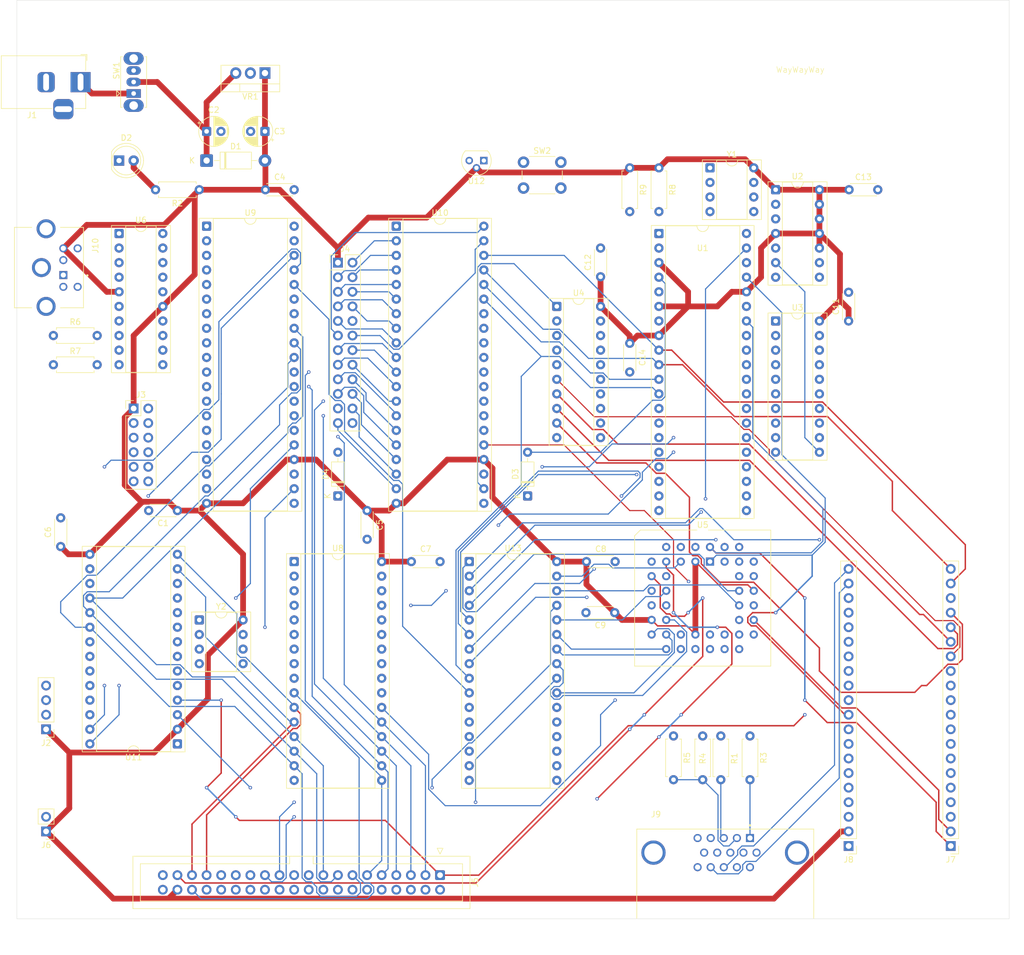
<source format=kicad_pcb>
(kicad_pcb (version 20241229) (generator "pcbnew") (generator_version "9.0")
  (layers (0 "F.Cu" power) (4 "In1.Cu" power) (6 "In2.Cu" signal) (2 "B.Cu" signal) (13 "F.Paste" user) (15 "B.Paste" user) (5 "F.SilkS" user "F.Silkscreen") (7 "B.SilkS" user "B.Silkscreen") (1 "F.Mask" user) (3 "B.Mask" user) (25 "Edge.Cuts" user))
  (net 0 "")
  (net 1 "GND")
  (net 2 "VCC")
  (net 3 "Net-(D1-K)")
  (net 4 "Net-(D2-A)")
  (net 5 "IRQB")
  (net 6 "Net-(D3-K)")
  (net 7 "Net-(D4-K)")
  (net 8 "Net-(SW1-A)")
  (net 9 "Net-(J2-Pin_3)")
  (net 10 "Net-(J2-Pin_2)")
  (net 11 "Net-(J3-Pin_8)")
  (net 12 "Net-(J3-Pin_4)")
  (net 13 "Net-(J3-Pin_2)")
  (net 14 "Net-(J3-Pin_11)")
  (net 15 "Net-(J3-Pin_7)")
  (net 16 "Net-(J3-Pin_3)")
  (net 17 "Net-(J3-Pin_6)")
  (net 18 "Net-(J3-Pin_9)")
  (net 19 "Net-(J3-Pin_5)")
  (net 20 "Net-(J3-Pin_12)")
  (net 21 "Net-(J4-Pin_6)")
  (net 22 "Net-(J4-Pin_15)")
  (net 23 "Net-(J4-Pin_3)")
  (net 24 "Net-(J4-Pin_23)")
  (net 25 "Net-(J4-Pin_12)")
  (net 26 "Net-(J4-Pin_7)")
  (net 27 "Net-(J4-Pin_9)")
  (net 28 "Net-(J4-Pin_8)")
  (net 29 "Net-(J4-Pin_16)")
  (net 30 "Net-(J4-Pin_13)")
  (net 31 "Net-(J4-Pin_20)")
  (net 32 "Net-(J4-Pin_19)")
  (net 33 "Net-(J4-Pin_11)")
  (net 34 "Net-(J4-Pin_22)")
  (net 35 "Net-(J4-Pin_14)")
  (net 36 "Net-(J4-Pin_5)")
  (net 37 "Net-(J4-Pin_4)")
  (net 38 "Net-(J4-Pin_17)")
  (net 39 "Net-(J4-Pin_2)")
  (net 40 "Net-(J4-Pin_18)")
  (net 43 "IO5CS")
  (net 46 "D0")
  (net 47 "A2")
  (net 50 "RESB")
  (net 51 "D4")
  (net 53 "D5")
  (net 55 "D3")
  (net 57 "A1")
  (net 59 "D1")
  (net 62 "D6")
  (net 64 "D7")
  (net 65 "A0")
  (net 66 "OE")
  (net 69 "WE")
  (net 71 "D2")
  (net 73 "IO4CS")
  (net 74 "RWB")
  (net 80 "RED")
  (net 82 "GREEN2")
  (net 87 "VSYNC")
  (net 88 "BLUE")
  (net 90 "HSYNC")
  (net 91 "GREEN1")
  (net 92 "PH2")
  (net 93 "Net-(J9-Pad1)")
  (net 98 "Net-(J9-Pad3)")
  (net 100 "Net-(J9-Pad2)")
  (net 103 "Net-(J10-Pad1)")
  (net 104 "Net-(J10-Pad5)")
  (net 105 "PS2CLK")
  (net 106 "PS2DATA")
  (net 109 "DB4")
  (net 111 "A10")
  (net 112 "A12")
  (net 113 "A4")
  (net 114 "A14")
  (net 115 "A3")
  (net 116 "A8")
  (net 117 "DB0")
  (net 118 "A9")
  (net 119 "A11")
  (net 121 "A15")
  (net 122 "DB6")
  (net 123 "DB3")
  (net 124 "VDA")
  (net 125 "DB5")
  (net 126 "DB2")
  (net 127 "A5")
  (net 128 "A6")
  (net 130 "A7")
  (net 131 "A13")
  (net 134 "DB1")
  (net 135 "DB7")
  (net 136 "Net-(U2A-C)")
  (net 137 "PH2B")
  (net 140 "A20")
  (net 141 "A21")
  (net 142 "A23")
  (net 143 "A17")
  (net 144 "A22")
  (net 145 "A19")
  (net 146 "A16")
  (net 147 "A18")
  (net 149 "IO2CS")
  (net 153 "RAMCS")
  (net 154 "IO1CS")
  (net 155 "ROMCS")
  (net 156 "IO3CS")
  (net 157 "PA5")
  (net 158 "PA0")
  (net 159 "PA6")
  (net 160 "CA2")
  (net 161 "CA1")
  (net 164 "PA4")
  (net 165 "PA3")
  (net 167 "PA7")
  (net 168 "PA1")
  (net 169 "PA2")
  (net 173 "Net-(U11-XTAL1)")
  (footprint "Button_Switch_THT:SW_Slide_SPDT_Straight_CK_OS102011MS2Q" (layer "F.Cu") (at 20.32 8.64 90)
    (property "Reference" "SW1")
    (property "Value" "SW_SPST")
  )
  (footprint "MountingHole:MountingHole_2.2mm_M2" (layer "F.Cu") (at 2.54 149.86)
    (property "Reference" "H4" (hide yes))
    (property "Value" "MountingHole")
  )
  (footprint "Package_DIP:DIP-32_W15.24mm_Socket" (layer "F.Cu") (at 78.74 90.17)
    (property "Reference" "U13")
    (property "Value" "AS6C4008-55PCN")
  )
  (footprint "Capacitor_THT:C_Disc_D4.3mm_W1.9mm_P5.00mm" (layer "F.Cu") (at 68.66 90.17)
    (property "Reference" "C7")
    (property "Value" "0.1uF")
  )
  (footprint "Diode_THT:D_DO-41_SOD81_P10.16mm_Horizontal" (layer "F.Cu") (at 33.02 20.32)
    (property "Reference" "D1")
    (property "Value" "1N4001")
  )
  (footprint "Connector_IDC:IDC-Header_2x20_P2.54mm_Vertical" (layer "F.Cu") (at 73.66 144.78 -90)
    (property "Reference" "J5")
    (property "Value" "PATA")
  )
  (footprint "Capacitor_THT:CP_Radial_D5.0mm_P2.50mm" (layer "F.Cu") (at 43.18 15.24 180)
    (property "Reference" "C3")
    (property "Value" "100uf")
  )
  (footprint "Capacitor_THT:C_Disc_D4.3mm_W1.9mm_P5.00mm" (layer "F.Cu") (at 106.68 52.145 -90)
    (property "Reference" "C14")
    (property "Value" "0.1uF")
  )
  (footprint "Connector_PinHeader_2.54mm:PinHeader_1x20_P2.54mm_Vertical" (layer "F.Cu") (at 144.78 139.7 180)
    (property "Reference" "J8")
    (property "Value" "Pico right")
  )
  (footprint "Resistor_THT:R_Axial_DIN0207_L6.3mm_D2.5mm_P7.62mm_Horizontal" (layer "F.Cu") (at 114.3 120.5375 -90)
    (property "Reference" "R5")
    (property "Value" "470")
  )
  (footprint "Capacitor_THT:C_Disc_D4.3mm_W1.9mm_P5.00mm" (layer "F.Cu") (at 144.78 48.26 90)
    (property "Reference" "C11")
    (property "Value" "0.1uF")
  )
  (footprint "Package_DIP:DIP-14_W7.62mm_Socket" (layer "F.Cu") (at 132.08 25.4)
    (property "Reference" "U2")
    (property "Value" "74HC74")
  )
  (footprint "Resistor_THT:R_Axial_DIN0207_L6.3mm_D2.5mm_P7.62mm_Horizontal" (layer "F.Cu") (at 111.76 21.59 -90)
    (property "Reference" "R8")
    (property "Value" "10k")
  )
  (footprint "Package_DIP:DIP-40_W15.24mm_Socket" (layer "F.Cu") (at 33.02 31.755)
    (property "Reference" "U9")
    (property "Value" "W65C22NxP")
  )
  (footprint "Diode_THT:D_DO-35_SOD27_P7.62mm_Horizontal" (layer "F.Cu") (at 55.88 78.74 90)
    (property "Reference" "D4")
    (property "Value" "SD103A")
  )
  (footprint "MountingHole:MountingHole_2.2mm_M2" (layer "F.Cu") (at 2.54 -5.08)
    (property "Reference" "H1" (hide yes))
    (property "Value" "MountingHole")
  )
  (footprint "Package_DIP:DIP-20_W7.62mm_Socket" (layer "F.Cu") (at 17.78 33.02)
    (property "Reference" "U6")
    (property "Value" "ATtiny26L-8P")
  )
  (footprint "Resistor_THT:R_Axial_DIN0207_L6.3mm_D2.5mm_P7.62mm_Horizontal" (layer "F.Cu") (at 6.35 50.8)
    (property "Reference" "R6")
    (property "Value" "10K")
  )
  (footprint "Package_DIP:DIP-32_W15.24mm_Socket" (layer "F.Cu") (at 48.26 90.17)
    (property "Reference" "U8")
    (property "Value" "SST39SF020")
  )
  (footprint "custom:AMPHENOL_ICD15S13E4GV00LF" (layer "F.Cu") (at 123.30825 140.8575)
    (property "Reference" "J9")
    (property "Value" "DE15_Pins_HighDensity_MountingHoles")
  )
  (footprint "Connector_PinHeader_2.54mm:PinHeader_2x12_P2.54mm_Vertical" (layer "F.Cu") (at 55.88 38.1)
    (property "Reference" "J4")
    (property "Value" "VIA2 Connector")
  )
  (footprint "Resistor_THT:R_Axial_DIN0207_L6.3mm_D2.5mm_P7.62mm_Horizontal" (layer "F.Cu") (at 122.53325 120.5375 -90)
    (property "Reference" "R1")
    (property "Value" "330")
  )
  (footprint "Package_TO_SOT_THT:TO-92L" (layer "F.Cu") (at 81.28 20.32 180)
    (property "Reference" "U12")
    (property "Value" "DS1813-5")
  )
  (footprint "Diode_THT:D_DO-35_SOD27_P7.62mm_Horizontal" (layer "F.Cu") (at 88.9 78.74 90)
    (property "Reference" "D3")
    (property "Value" "SD103A")
  )
  (footprint "Connector_PinHeader_2.54mm:PinHeader_1x20_P2.54mm_Vertical" (layer "F.Cu") (at 162.56 139.7 180)
    (property "Reference" "J7")
    (property "Value" "Pico left")
  )
  (footprint "Capacitor_THT:C_Disc_D4.3mm_W1.9mm_P5.00mm" (layer "F.Cu") (at 43.26 25.4)
    (property "Reference" "C4")
    (property "Value" "0.1uf")
  )
  (footprint "Package_LCC:PLCC-44_THT-Socket" (layer "F.Cu") (at 120.65 90.17)
    (property "Reference" "U5")
    (property "Value" "ATF1504AS-10JU44")
  )
  (footprint "Connector_PinHeader_2.54mm:PinHeader_1x02_P2.54mm_Vertical" (layer "F.Cu") (at 5.08 137.16 180)
    (property "Reference" "J6")
    (property "Value" "PATA_PWR")
  )
  (footprint "Package_TO_SOT_THT:TO-220-3_Vertical" (layer "F.Cu") (at 43.18 5.08 180)
    (property "Reference" "VR1")
    (property "Value" "UA78L05ACPK")
  )
  (footprint "Resistor_THT:R_Axial_DIN0207_L6.3mm_D2.5mm_P7.62mm_Horizontal" (layer "F.Cu") (at 119.38 120.5375 -90)
    (property "Reference" "R4")
    (property "Value" "330")
  )
  (footprint "Package_DIP:DIP-8_W7.62mm_Socket" (layer "F.Cu") (at 120.65 21.59)
    (property "Reference" "Y1")
    (property "Value" "8MHz")
  )
  (footprint "MountingHole:MountingHole_2.2mm_M2" (layer "F.Cu") (at 170.18 -5.08)
    (property "Reference" "H2" (hide yes))
    (property "Value" "MountingHole")
  )
  (footprint "Capacitor_THT:C_Disc_D4.3mm_W1.9mm_P5.00mm" (layer "F.Cu") (at 104.06 99.06 180)
    (property "Reference" "C9")
    (property "Value" "0.1uF")
  )
  (footprint "Package_DIP:DIP-28_W15.24mm_Socket" (layer "F.Cu") (at 27.94 121.92 180)
    (property "Reference" "U11")
    (property "Value" "W65C51NxP")
  )
  (footprint "Package_DIP:DIP-40_W15.24mm_Socket" (layer "F.Cu") (at 66.04 31.755)
    (property "Reference" "U10")
    (property "Value" "W65C22NxP")
  )
  (footprint "Resistor_THT:R_Axial_DIN0207_L6.3mm_D2.5mm_P7.62mm_Horizontal" (layer "F.Cu") (at 127.61325 120.5375 -90)
    (property "Reference" "R3")
    (property "Value" "330")
  )
  (footprint "Package_DIP:DIP-20_W7.62mm_Socket" (layer "F.Cu") (at 93.98 45.72)
    (property "Reference" "U4")
    (property "Value" "74HC245")
  )
  (footprint "Connector_BarrelJack:BarrelJack_Horizontal" (layer "F.Cu") (at 11.08 6.6625)
    (property "Reference" "J1")
    (property "Value" "Barrel_Jack")
  )
  (footprint "Capacitor_THT:C_Disc_D4.3mm_W1.9mm_P5.00mm" (layer "F.Cu") (at 101.6 40.56 90)
    (property "Reference" "C12")
    (property "Value" "0.1uF")
  )
  (footprint "LED_THT:LED_D5.0mm" (layer "F.Cu") (at 17.78 20.32)
    (property "Reference" "D2")
    (property "Value" "LED")
  )
  (footprint "Button_Switch_THT:SW_PUSH_6mm" (layer "F.Cu") (at 88.19 20.61)
    (property "Reference" "SW2")
    (property "Value" "SW_Push")
  )
  (footprint "Connector_PinHeader_2.54mm:PinHeader_1x04_P2.54mm_Vertical" (layer "F.Cu") (at 5.08 119.38 180)
    (property "Reference" "J2")
    (property "Value" "UART")
  )
  (footprint "custom:TE_5749180-1" (layer "F.Cu") (at 4.27 38.96 -90)
    (property "Reference" "J10")
    (property "Value" "Mini-DIN-6" (hide yes))
  )
  (footprint "Resistor_THT:R_Axial_DIN0207_L6.3mm_D2.5mm_P7.62mm_Horizontal" (layer "F.Cu") (at 6.35 55.88)
    (property "Reference" "R7")
    (property "Value" "10K")
  )
  (footprint "Capacitor_THT:C_Disc_D4.3mm_W1.9mm_P5.00mm" (layer "F.Cu") (at 60.96 81.28 -90)
    (property "Reference" "C5")
    (property "Value" "0.1uF")
  )
  (footprint "Resistor_THT:R_Axial_DIN0207_L6.3mm_D2.5mm_P7.62mm_Horizontal" (layer "F.Cu") (at 31.75 25.4 180)
    (property "Reference" "R2")
    (property "Value" "220")
  )
  (footprint "Package_DIP:DIP-20_W7.62mm_Socket" (layer "F.Cu") (at 132.08 48.26)
    (property "Reference" "U3")
    (property "Value" "74HC573")
  )
  (footprint "MountingHole:MountingHole_2.2mm_M2" (layer "F.Cu") (at 170.18 149.86)
    (property "Reference" "H3" (hide yes))
    (property "Value" "MountingHole")
  )
  (footprint "Capacitor_THT:C_Disc_D4.3mm_W1.9mm_P5.00mm" (layer "F.Cu") (at 99.14 90.17)
    (property "Reference" "C8")
    (property "Value" "0.1uF")
  )
  (footprint "Capacitor_THT:C_Disc_D4.3mm_W1.9mm_P5.00mm" (layer "F.Cu") (at 27.94 81.28 180)
    (property "Reference" "C1")
    (property "Value" "0.1uF")
  )
  (footprint "Capacitor_THT:CP_Radial_D5.0mm_P2.50mm" (layer "F.Cu") (at 33.02 15.24)
    (property "Reference" "C2")
    (property "Value" "10uf")
  )
  (footprint "Package_DIP:DIP-8_W7.62mm_Socket" (layer "F.Cu") (at 31.75 100.33)
    (property "Reference" "Y2")
    (property "Value" "1.8342MHz")
  )
  (footprint "Resistor_THT:R_Axial_DIN0207_L6.3mm_D2.5mm_P7.62mm_Horizontal" (layer "F.Cu") (at 106.68 21.59 -90)
    (property "Reference" "R9")
    (property "Value" "10k")
  )
  (footprint "Package_DIP:DIP-40_W15.24mm_Socket" (layer "F.Cu") (at 111.76 33.02)
    (property "Reference" "U1")
    (property "Value" "W65C816SxP")
  )
  (footprint "Capacitor_THT:C_Disc_D4.3mm_W1.9mm_P5.00mm" (layer "F.Cu") (at 144.86 25.4)
    (property "Reference" "C13")
    (property "Value" "0.1uF")
  )
  (footprint "Connector_PinHeader_2.54mm:PinHeader_2x06_P2.54mm_Vertical" (layer "F.Cu") (at 20.32 63.5)
    (property "Reference" "J3")
    (property "Value" "VIA1 Port B")
  )
  (footprint "Capacitor_THT:C_Disc_D4.3mm_W1.9mm_P5.00mm" (layer "F.Cu") (at 7.62 87.55 90)
    (property "Reference" "C6")
    (property "Value" "0.1uF")
  )
  (gr_rect (start 0 -7.62) (end 172.72 152.4) (stroke (width 0.05)) (fill no) (layer "Edge.Cuts"))
  (gr_text "WayWayWay" (at 132.08 5.08 0) (layer "F.SilkS") (effects (font (size 1 1) (thickness 0.1)) (justify left bottom)))
  (segment (start 60.96 81.28) (end 52.075 72.395) (width 1) (layer "F.Cu") (net 2))
  (segment (start 21.667554 79.741) (end 26.401 79.741) (width 1) (layer "F.Cu") (net 2))
  (segment (start 20.32 63.5) (end 18.769 65.051) (width 1) (layer "F.Cu") (net 2))
  (segment (start 111.76 50.8) (end 108.025 50.8) (width 1) (layer "F.Cu") (net 2))
  (segment (start 5.08 137.16) (end 9.121 133.119) (width 1) (layer "F.Cu") (net 2))
  (segment (start 63.5 90.17) (end 68.66 90.17) (width 1) (layer "F.Cu") (net 2))
  (segment (start 116.84 45.72) (end 111.76 50.8) (width 1) (layer "F.Cu") (net 2))
  (segment (start 111.5272 101.3672) (end 110.49 100.33) (width 0.25) (layer "F.Cu") (net 2))
  (segment (start 116.84 45.72) (end 111.76 45.72) (width 1) (layer "F.Cu") (net 2))
  (segment (start 12.7 88.9) (end 8.97 88.9) (width 1) (layer "F.Cu") (net 2))
  (segment (start 23.899 123.421) (end 9.121 123.421) (width 1) (layer "F.Cu") (net 2))
  (segment (start 139.7 27.94) (end 139.7 30.48) (width 1) (layer "F.Cu") (net 2))
  (segment (start 20.32 63.5) (end 20.32 50.8) (width 1) (layer "F.Cu") (net 2))
  (segment (start 116.6072 101.3672) (end 111.5272 101.3672) (width 0.25) (layer "F.Cu") (net 2))
  (segment (start 43.18 15.24) (end 43.18 5.08) (width 1) (layer "F.Cu") (net 2))
  (segment (start 39.365 80.015) (end 33.02 80.015) (width 1) (layer "F.Cu") (net 2))
  (segment (start 39.37 100.33) (end 33.251 106.449) (width 1) (layer "F.Cu") (net 2))
  (segment (start 63.5 90.17) (end 63.5 83.82) (width 1) (layer "F.Cu") (net 2))
  (segment (start 26.389 148.871) (end 16.791 148.871) (width 1) (layer "F.Cu") (net 2))
  (segment (start 121.92 45.72) (end 116.84 45.72) (width 1) (layer "F.Cu") (net 2))
  (segment (start 118.11 102.87) (end 116.6072 101.3672) (width 0.25) (layer "F.Cu") (net 2))
  (segment (start 71.336 30.254) (end 61.186 30.254) (width 1) (layer "F.Cu") (net 2))
  (segment (start 126.769 20.089) (end 128.27 21.59) (width 1) (layer "F.Cu") (net 2))
  (segment (start 9.121 123.421) (end 5.08 119.38) (width 1) (layer "F.Cu") (net 2))
  (segment (start 27.94 147.32) (end 26.389 148.871) (width 1) (layer "F.Cu") (net 2))
  (segment (start 129.54 35.56) (end 129.54 40.64) (width 1) (layer "F.Cu") (net 2))
  (segment (start 143.473276 137.16) (end 131.762276 148.871) (width 1) (layer "F.Cu") (net 2))
  (segment (start 39.37 88.895) (end 31.755 81.28) (width 1) (layer "F.Cu") (net 2))
  (segment (start 17.78 43.18) (end 15.65 43.18) (width 1) (layer "F.Cu") (net 2))
  (segment (start 143.279 44.681) (end 139.7 48.26) (width 1) (layer "F.Cu") (net 2))
  (segment (start 139.7 33.02) (end 132.08 33.02) (width 1) (layer "F.Cu") (net 2))
  (segment (start 106.68 21.59) (end 111.76 21.59) (width 1) (layer "F.Cu") (net 2))
  (segment (start 61.186 30.254) (end 55.88 35.56) (width 1) (layer "F.Cu") (net 2))
  (segment (start 9.121 133.119) (end 9.121 123.421) (width 1) (layer "F.Cu") (net 2))
  (segment (start 124.46 43.18) (end 121.92 45.72) (width 1) (layer "F.Cu") (net 2))
  (segment (start 31.75 25.4) (end 30.950001 26.199999) (width 1) (layer "F.Cu") (net 2))
  (segment (start 118.11 90.17) (end 118.11 102.87) (width 1) (layer "F.Cu") (net 2))
  (segment (start 43.18 20.32) (end 43.18 15.24) (width 1) (layer "F.Cu") (net 2))
  (segment (start 33.251 114.069) (end 27.94 119.38) (width 1) (layer "F.Cu") (net 2))
  (segment (start 21.667554 79.932446) (end 21.667554 79.741) (width 1) (layer "F.Cu") (net 2))
  (segment (start 26.401 79.741) (end 27.94 81.28) (width 1) (layer "F.Cu") (net 2))
  (segment (start 60.96 81.28) (end 64.775 81.28) (width 1) (layer "F.Cu") (net 2))
  (segment (start 20.32 50.8) (end 25.4 45.72) (width 1) (layer "F.Cu") (net 2))
  (segment (start 93.98 90.17) (end 82.781 78.971) (width 1) (layer "F.Cu") (net 2))
  (segment (start 116.84 43.18) (end 116.84 45.72) (width 1) (layer "F.Cu") (net 2))
  (segment (start 127 43.18) (end 124.46 43.18) (width 1) (layer "F.Cu") (net 2))
  (segment (start 43.26 20.4) (end 43.18 20.32) (width 1) (layer "F.Cu") (net 2))
  (segment (start 127.2328 94.2128) (end 122.1528 94.2128) (width 0.25) (layer "F.Cu") (net 2))
  (segment (start 105.33 100.33) (end 104.06 99.06) (width 1) (layer "F.Cu") (net 2))
  (segment (start 27.94 81.28) (end 31.755 81.28) (width 1) (layer "F.Cu") (net 2))
  (segment (start 143.279 36.599) (end 143.279 44.681) (width 1) (layer "F.Cu") (net 2))
  (segment (start 128.27 95.25) (end 127.2328 94.2128) (width 0.25) (layer "F.Cu") (net 2))
  (segment (start 12.7 88.9) (end 21.667554 79.932446) (width 1) (layer "F.Cu") (net 2))
  (segment (start 131.762276 148.871) (end 26.389 148.871) (width 1) (layer "F.Cu") (net 2))
  (segment (start 67.305 80.015) (end 74.925 72.395) (width 1) (layer "F.Cu") (net 2))
  (segment (start 139.7 30.48) (end 139.7 33.02) (width 1) (layer "F.Cu") (net 2))
  (segment (start 15.65 43.18) (end 8.08 35.61) (width 1) (layer "F.Cu") (net 2))
  (segment (start 110.49 100.33) (end 105.33 100.33) (width 1) (layer "F.Cu") (net 2))
  (segment (start 30.950001 40.169999) (end 25.4 45.72) (width 1) (layer "F.Cu") (net 2))
  (segment (start 106.68 21.59) (end 105.880001 22.389999) (width 1) (layer "F.Cu") (net 2))
  (segment (start 122.1528 94.2128) (end 118.11 90.17) (width 0.25) (layer "F.Cu") (net 2))
  (segment (start 108.025 50.8) (end 106.68 52.145) (width 1) (layer "F.Cu") (net 2))
  (segment (start 113.261 20.089) (end 126.769 20.089) (width 1) (layer "F.Cu") (net 2))
  (segment (start 33.251 106.449) (end 33.251 114.069) (width 1) (layer "F.Cu") (net 2))
  (segment (start 27.94 119.38) (end 23.899 123.421) (width 1) (layer "F.Cu") (net 2))
  (segment (start 128.27 21.59) (end 132.08 25.4) (width 1) (layer "F.Cu") (net 2))
  (segment (start 80 21.59) (end 71.336 30.254) (width 1) (layer "F.Cu") (net 2))
  (segment (start 74.925 72.395) (end 81.28 72.395) (width 1) (layer "F.Cu") (net 2))
  (segment (start 139.7 25.4) (end 132.08 25.4) (width 1) (layer "F.Cu") (net 2))
  (segment (start 132.08 33.02) (end 129.54 35.56) (width 1) (layer "F.Cu") (net 2))
  (segment (start 52.075 72.395) (end 48.26 72.395) (width 1) (layer "F.Cu") (net 2))
  (segment (start 106.68 52.145) (end 106.68 50.8) (width 1) (layer "F.Cu") (net 2))
  (segment (start 64.775 81.28) (end 66.04 80.015) (width 1) (layer "F.Cu") (net 2))
  (segment (start 99.14 90.17) (end 93.98 90.17) (width 1) (layer "F.Cu") (net 2))
  (segment (start 31.755 81.28) (end 33.02 80.015) (width 1) (layer "F.Cu") (net 2))
  (segment (start 43.26 25.4) (end 43.26 20.4) (width 1) (layer "F.Cu") (net 2))
  (segment (start 144.78 137.16) (end 143.473276 137.16) (width 1) (layer "F.Cu") (net 2))
  (segment (start 99.14 90.17) (end 99.14 94.14) (width 1) (layer "F.Cu") (net 2))
  (segment (start 63.5 83.82) (end 60.96 81.28) (width 1) (layer "F.Cu") (net 2))
  (segment (start 31.75 25.4) (end 43.26 25.4) (width 1) (layer "F.Cu") (net 2))
  (segment (start 46.985 72.395) (end 39.365 80.015) (width 1) (layer "F.Cu") (net 2))
  (segment (start 12.171 31.519) (end 25.631 31.519) (width 1) (layer "F.Cu") (net 2))
  (segment (start 139.7 33.02) (end 143.279 36.599) (width 1) (layer "F.Cu") (net 2))
  (segment (start 8.97 88.9) (end 7.62 87.55) (width 1) (layer "F.Cu") (net 2))
  (segment (start 139.7 25.4) (end 139.7 27.94) (width 1) (layer "F.Cu") (net 2))
  (segment (start 105.880001 22.389999) (end 80.799999 22.389999) (width 1) (layer "F.Cu") (net 2))
  (segment (start 43.26 25.4) (end 45.72 25.4) (width 1) (layer "F.Cu") (net 2))
  (segment (start 139.7 33.02) (end 139.7 35.56) (width 1) (layer "F.Cu") (net 2))
  (segment (start 82.781 73.896) (end 81.28 72.395) (width 1) (layer "F.Cu") (net 2))
  (segment (start 101.6 45.72) (end 101.6 40.56) (width 1) (layer "F.Cu") (net 2))
  (segment (start 139.7 25.4) (end 144.86 25.4) (width 1) (layer "F.Cu") (net 2))
  (segment (start 144.78 48.26) (end 144.78 46.182) (width 1) (layer "F.Cu") (net 2))
  (segment (start 25.631 31.519) (end 30.950001 26.199999) (width 1) (layer "F.Cu") (net 2))
  (segment (start 45.72 25.4) (end 55.88 35.56) (width 1) (layer "F.Cu") (net 2))
  (segment (start 8.08 35.61) (end 12.171 31.519) (width 1) (layer "F.Cu") (net 2))
  (segment (start 111.76 21.59) (end 113.261 20.089) (width 1) (layer "F.Cu") (net 2))
  (segment (start 39.37 100.33) (end 39.37 88.895) (width 1) (layer "F.Cu") (net 2))
  (segment (start 82.781 78.971) (end 82.781 73.896) (width 1) (layer "F.Cu") (net 2))
  (segment (start 18.769 65.051) (end 18.769 76.842446) (width 1) (layer "F.Cu") (net 2))
  (segment (start 106.68 50.8) (end 101.6 45.72) (width 1) (layer "F.Cu") (net 2))
  (segment (start 18.769 76.842446) (end 21.667554 79.741) (width 1) (layer "F.Cu") (net 2))
  (segment (start 111.76 38.1) (end 116.84 43.18) (width 1) (layer "F.Cu") (net 2))
  (segment (start 55.88 35.56) (end 55.88 38.1) (width 1) (layer "F.Cu") (net 2))
  (segment (start 66.04 80.015) (end 67.305 80.015) (width 1) (layer "F.Cu") (net 2))
  (segment (start 80.799999 22.389999) (end 80 21.59) (width 1) (layer "F.Cu") (net 2))
  (segment (start 48.26 72.395) (end 46.985 72.395) (width 1) (layer "F.Cu") (net 2))
  (segment (start 30.950001 26.199999) (end 30.950001 40.169999) (width 1) (layer "F.Cu") (net 2))
  (segment (start 16.791 148.871) (end 5.08 137.16) (width 1) (layer "F.Cu") (net 2))
  (segment (start 144.78 46.182) (end 143.279 44.681) (width 1) (layer "F.Cu") (net 2))
  (segment (start 129.54 40.64) (end 127 43.18) (width 1) (layer "F.Cu") (net 2))
  (segment (start 99.14 94.14) (end 104.06 99.06) (width 1) (layer "F.Cu") (net 2))
  (segment (start 33.02 10.16) (end 38.1 5.08) (width 1) (layer "F.Cu") (net 3))
  (segment (start 33.02 15.24) (end 33.02 10.16) (width 1) (layer "F.Cu") (net 3))
  (segment (start 33.02 15.24) (end 33.02 20.32) (width 1) (layer "F.Cu") (net 3))
  (segment (start 20.32 6.64) (end 24.42 6.64) (width 1) (layer "F.Cu") (net 3))
  (segment (start 24.42 6.64) (end 33.02 15.24) (width 1) (layer "F.Cu") (net 3))
  (segment (start 20.32 20.32) (end 20.32 21.59) (width 1) (layer "F.Cu") (net 4))
  (segment (start 20.32 21.59) (end 24.13 25.4) (width 1) (layer "F.Cu") (net 4))
  (segment (start 112.861 61.41605) (end 112.861 41.741) (width 0.2) (layer "B.Cu") (net 5))
  (segment (start 112.21605 62.061) (end 112.861 61.41605) (width 0.2) (layer "B.Cu") (net 5))
  (segment (start 110.659 62.061) (end 112.21605 62.061) (width 0.2) (layer "B.Cu") (net 5))
  (segment (start 88.9 71.12) (end 101.6 71.12) (width 0.2) (layer "B.Cu") (net 5))
  (segment (start 101.6 71.12) (end 110.659 62.061) (width 0.2) (layer "B.Cu") (net 5))
  (segment (start 112.861 41.741) (end 111.76 40.64) (width 0.2) (layer "B.Cu") (net 5))
  (segment (start 13.0575 8.64) (end 20.32 8.64) (width 1) (layer "F.Cu") (net 8))
  (segment (start 11.08 6.6625) (end 13.0575 8.64) (width 1) (layer "F.Cu") (net 8))
  (segment (start 66.04 44.455) (end 64.765 43.18) (width 0.2) (layer "B.Cu") (net 21))
  (segment (start 64.765 43.18) (end 58.42 43.18) (width 0.2) (layer "B.Cu") (net 21))
  (segment (start 66.04 59.695) (end 61.074 54.729) (width 0.2) (layer "B.Cu") (net 22))
  (segment (start 57.031 54.729) (end 55.88 55.88) (width 0.2) (layer "B.Cu") (net 22))
  (segment (start 61.074 54.729) (end 57.031 54.729) (width 0.2) (layer "B.Cu") (net 22))
  (segment (start 61.55076 36.835) (end 58.89676 39.489) (width 0.2) (layer "B.Cu") (net 23))
  (segment (start 66.04 36.835) (end 61.55076 36.835) (width 0.2) (layer "B.Cu") (net 23))
  (segment (start 58.89676 39.489) (end 57.031 39.489) (width 0.2) (layer "B.Cu") (net 23))
  (segment (start 57.031 39.489) (end 55.88 40.64) (width 0.2) (layer "B.Cu") (net 23))
  (segment (start 66.04 77.475) (end 55.88 67.315) (width 0.2) (layer "B.Cu") (net 24))
  (segment (start 55.88 67.315) (end 55.88 66.04) (width 0.2) (layer "B.Cu") (net 24))
  (segment (start 58.42 50.8) (end 63.20795 50.8) (width 0.2) (layer "B.Cu") (net 25))
  (segment (start 79.778 39.89405) (end 79.778 35.797) (width 0.2) (layer "B.Cu") (net 25))
  (segment (start 79.778 35.797) (end 81.28 34.295) (width 0.2) (layer "B.Cu") (net 25))
  (segment (start 63.20795 50.8) (end 65.58395 53.176) (width 0.2) (layer "B.Cu") (net 25))
  (segment (start 66.49605 53.176) (end 79.778 39.89405) (width 0.2) (layer "B.Cu") (net 25))
  (segment (start 65.58395 53.176) (end 66.49605 53.176) (width 0.2) (layer "B.Cu") (net 25))
  (segment (start 63.614 44.569) (end 57.031 44.569) (width 0.2) (layer "B.Cu") (net 26))
  (segment (start 57.031 44.569) (end 55.88 45.72) (width 0.2) (layer "B.Cu") (net 26))
  (segment (start 66.04 46.995) (end 63.614 44.569) (width 0.2) (layer "B.Cu") (net 26))
  (segment (start 63.614 49.649) (end 57.269 49.649) (width 0.2) (layer "B.Cu") (net 27))
  (segment (start 66.04 52.075) (end 63.614 49.649) (width 0.2) (layer "B.Cu") (net 27))
  (segment (start 57.269 49.649) (end 55.88 48.26) (width 0.2) (layer "B.Cu") (net 27))
  (segment (start 64.765 48.26) (end 60.96 48.26) (width 0.2) (layer "B.Cu") (net 28))
  (segment (start 66.04 49.535) (end 64.765 48.26) (width 0.2) (layer "B.Cu") (net 28))
  (segment (start 60.96 48.26) (end 58.42 45.72) (width 0.2) (layer "B.Cu") (net 28))
  (segment (start 64.775 62.235) (end 58.42 55.88) (width 0.2) (layer "B.Cu") (net 29))
  (segment (start 66.04 62.235) (end 64.775 62.235) (width 0.2) (layer "B.Cu") (net 29))
  (segment (start 63.614 52.189) (end 57.031 52.189) (width 0.2) (layer "B.Cu") (net 30))
  (segment (start 57.031 52.189) (end 55.88 53.34) (width 0.2) (layer "B.Cu") (net 30))
  (segment (start 66.04 54.615) (end 63.614 52.189) (width 0.2) (layer "B.Cu") (net 30))
  (segment (start 59.972 66.327) (end 59.972 62.512) (width 0.2) (layer "B.Cu") (net 31))
  (segment (start 59.972 62.512) (end 58.42 60.96) (width 0.2) (layer "B.Cu") (net 31))
  (segment (start 66.04 72.395) (end 59.972 66.327) (width 0.2) (layer "B.Cu") (net 31))
  (segment (start 66.04 69.855) (end 60.373 64.188) (width 0.2) (layer "B.Cu") (net 32))
  (segment (start 60.373 64.188) (end 60.373 61.28524) (width 0.2) (layer "B.Cu") (net 32))
  (segment (start 57.031 59.809) (end 55.88 60.96) (width 0.2) (layer "B.Cu") (net 32))
  (segment (start 58.89676 59.809) (end 57.031 59.809) (width 0.2) (layer "B.Cu") (net 32))
  (segment (start 60.373 61.28524) (end 58.89676 59.809) (width 0.2) (layer "B.Cu") (net 32))
  (segment (start 55.88 50.8) (end 54.729 49.649) (width 0.2) (layer "B.Cu") (net 33))
  (segment (start 80.179 32.856) (end 81.28 31.755) (width 0.2) (layer "B.Cu") (net 33))
  (segment (start 54.729 49.649) (end 54.729 36.949) (width 0.2) (layer "B.Cu") (net 33))
  (segment (start 54.729 36.949) (end 58.822 32.856) (width 0.2) (layer "B.Cu") (net 33))
  (segment (start 58.822 32.856) (end 80.179 32.856) (width 0.2) (layer "B.Cu") (net 33))
  (segment (start 59.571 68.466) (end 59.571 64.651) (width 0.2) (layer "B.Cu") (net 34))
  (segment (start 59.571 64.651) (end 58.42 63.5) (width 0.2) (layer "B.Cu") (net 34))
  (segment (start 66.04 74.935) (end 59.571 68.466) (width 0.2) (layer "B.Cu") (net 34))
  (segment (start 62.225 53.34) (end 58.42 53.34) (width 0.2) (layer "B.Cu") (net 35))
  (segment (start 66.04 57.155) (end 62.225 53.34) (width 0.2) (layer "B.Cu") (net 35))
  (segment (start 66.04 41.915) (end 57.145 41.915) (width 0.2) (layer "B.Cu") (net 36))
  (segment (start 57.145 41.915) (end 55.88 43.18) (width 0.2) (layer "B.Cu") (net 36))
  (segment (start 66.04 39.375) (end 59.685 39.375) (width 0.2) (layer "B.Cu") (net 37))
  (segment (start 59.685 39.375) (end 58.42 40.64) (width 0.2) (layer "B.Cu") (net 37))
  (segment (start 66.04 64.775) (end 66.04 64.41224) (width 0.2) (layer "B.Cu") (net 38))
  (segment (start 57.031 57.269) (end 55.88 58.42) (width 0.2) (layer "B.Cu") (net 38))
  (segment (start 66.04 64.41224) (end 58.89676 57.269) (width 0.2) (layer "B.Cu") (net 38))
  (segment (start 58.89676 57.269) (end 57.031 57.269) (width 0.2) (layer "B.Cu") (net 38))
  (segment (start 66.04 34.295) (end 62.225 34.295) (width 0.2) (layer "B.Cu") (net 39))
  (segment (start 62.225 34.295) (end 58.42 38.1) (width 0.2) (layer "B.Cu") (net 39))
  (segment (start 60.774 62.049) (end 60.774 60.774) (width 0.2) (layer "B.Cu") (net 40))
  (segment (start 66.04 67.315) (end 60.774 62.049) (width 0.2) (layer "B.Cu") (net 40))
  (segment (start 60.774 60.774) (end 58.42 58.42) (width 0.2) (layer "B.Cu") (net 40))
  (segment (start 113.647502 99.2928) (end 114.040702 99.686) (width 0.25) (layer "F.Cu") (net 43))
  (segment (start 110.49 92.71) (end 111.9928 94.2128) (width 0.25) (layer "F.Cu") (net 43))
  (segment (start 106.68 119.38) (end 79.916 146.144) (width 0.25) (layer "F.Cu") (net 43))
  (segment (start 111.9928 94.2128) (end 111.9928 98.219623) (width 0.25) (layer "F.Cu") (net 43))
  (segment (start 29.304 146.144) (end 27.94 144.78) (width 0.25) (layer "F.Cu") (net 43))
  (segment (start 119.38 96.52) (end 119.38 106.68) (width 0.25) (layer "F.Cu") (net 43))
  (segment (start 116.214 99.686) (end 116.84 99.06) (width 0.25) (layer "F.Cu") (net 43))
  (segment (start 119.38 106.68) (end 109.22 116.84) (width 0.25) (layer "F.Cu") (net 43))
  (segment (start 113.065977 99.2928) (end 113.647502 99.2928) (width 0.25) (layer "F.Cu") (net 43))
  (segment (start 111.9928 98.219623) (end 113.065977 99.2928) (width 0.25) (layer "F.Cu") (net 43))
  (segment (start 79.916 146.144) (end 29.304 146.144) (width 0.25) (layer "F.Cu") (net 43))
  (segment (start 114.040702 99.686) (end 116.214 99.686) (width 0.25) (layer "F.Cu") (net 43))
  (via (at 119.38 96.52) (size 0.6) (drill 0.3) (layers "F.Cu" "B.Cu") (net 43))
  (via (at 109.22 116.84) (size 0.6) (drill 0.3) (layers "F.Cu" "B.Cu") (net 43))
  (via (at 116.84 99.06) (size 0.6) (drill 0.3) (layers "F.Cu" "B.Cu") (net 43))
  (via (at 106.68 119.38) (size 0.6) (drill 0.3) (layers "F.Cu" "B.Cu") (net 43))
  (segment (start 109.22 116.84) (end 106.68 119.38) (width 0.25) (layer "B.Cu") (net 43))
  (segment (start 116.84 99.06) (end 119.38 96.52) (width 0.25) (layer "B.Cu") (net 43))
  (segment (start 53.34 125.73) (end 53.34 144.78) (width 0.2) (layer "B.Cu") (net 46))
  (segment (start 47.159 66.85895) (end 47.97795 66.04) (width 0.2) (layer "B.Cu") (net 46))
  (segment (start 12.7 96.52) (end 24.299 108.119) (width 0.2) (layer "B.Cu") (net 46))
  (segment (start 12.7 96.52) (end 18.41005 96.52) (width 0.2) (layer "B.Cu") (net 46))
  (segment (start 28.39605 108.119) (end 30.53505 110.258) (width 0.2) (layer "B.Cu") (net 46))
  (segment (start 49.762 64.83005) (end 49.762 51.037) (width 0.2) (layer "B.Cu") (net 46))
  (segment (start 30.53505 110.258) (end 37.868 110.258) (width 0.2) (layer "B.Cu") (net 46))
  (segment (start 49.762 51.037) (end 48.26 49.535) (width 0.2) (layer "B.Cu") (net 46))
  (segment (start 18.41005 96.52) (end 47.159 67.77105) (width 0.2) (layer "B.Cu") (net 46))
  (segment (start 24.299 108.119) (end 28.39605 108.119) (width 0.2) (layer "B.Cu") (net 46))
  (segment (start 47.159 67.77105) (end 47.159 66.85895) (width 0.2) (layer "B.Cu") (net 46))
  (segment (start 37.868 110.258) (end 48.26 120.65) (width 0.2) (layer "B.Cu") (net 46))
  (segment (start 48.55205 66.04) (end 49.762 64.83005) (width 0.2) (layer "B.Cu") (net 46))
  (segment (start 48.26 120.65) (end 53.34 125.73) (width 0.2) (layer "B.Cu") (net 46))
  (segment (start 47.97795 66.04) (end 48.55205 66.04) (width 0.2) (layer "B.Cu") (net 46))
  (segment (start 54.328 47.983) (end 48.26 41.915) (width 0.2) (layer "B.Cu") (net 47))
  (segment (start 94.43605 51.901) (end 91.266 51.901) (width 0.2) (layer "B.Cu") (net 47))
  (segment (start 91.266 51.901) (end 81.28 41.915) (width 0.2) (layer "B.Cu") (net 47))
  (segment (start 60.48324 146.169) (end 59.571 145.25676) (width 0.2) (layer "B.Cu") (net 47))
  (segment (start 57.031 67.48305) (end 57.031 62.78524) (width 0.2) (layer "B.Cu") (net 47))
  (segment (start 102.05605 57.319) (end 99.85405 57.319) (width 0.2) (layer "B.Cu") (net 47))
  (segment (start 111.76 58.42) (end 103.15705 58.42) (width 0.2) (layer "B.Cu") (net 47))
  (segment (start 55.40324 62.111) (end 54.328 61.03576) (width 0.2) (layer "B.Cu") (net 47))
  (segment (start 78.74 113.03) (end 67.141 101.431) (width 0.2) (layer "B.Cu") (net 47))
  (segment (start 32.032 148.872) (end 61.03576 148.872) (width 0.2) (layer "B.Cu") (net 47))
  (segment (start 62.111 146.84324) (end 61.43676 146.169) (width 0.2) (layer "B.Cu") (net 47))
  (segment (start 54.328 61.03576) (end 54.328 47.983) (width 0.2) (layer "B.Cu") (net 47))
  (segment (start 56.35676 62.111) (end 55.40324 62.111) (width 0.2) (layer "B.Cu") (net 47))
  (segment (start 67.141 101.431) (end 67.141 76.68095) (width 0.2) (layer "B.Cu") (net 47))
  (segment (start 65.58395 76.036) (end 57.031 67.48305) (width 0.2) (layer "B.Cu") (net 47))
  (segment (start 61.03576 148.872) (end 62.111 147.79676) (width 0.2) (layer "B.Cu") (net 47))
  (segment (start 57.031 62.78524) (end 56.35676 62.111) (width 0.2) (layer "B.Cu") (net 47))
  (segment (start 67.141 76.68095) (end 66.49605 76.036) (width 0.2) (layer "B.Cu") (net 47))
  (segment (start 59.571 145.25676) (end 59.571 124.341) (width 0.2) (layer "B.Cu") (net 47))
  (segment (start 99.85405 57.319) (end 94.43605 51.901) (width 0.2) (layer "B.Cu") (net 47))
  (segment (start 62.111 147.79676) (end 62.111 146.84324) (width 0.2) (layer "B.Cu") (net 47))
  (segment (start 59.571 124.341) (end 48.26 113.03) (width 0.2) (layer "B.Cu") (net 47))
  (segment (start 66.49605 76.036) (end 65.58395 76.036) (width 0.2) (layer "B.Cu") (net 47))
  (segment (start 30.48 147.32) (end 32.032 148.872) (width 0.2) (layer "B.Cu") (net 47))
  (segment (start 61.43676 146.169) (end 60.48324 146.169) (width 0.2) (layer "B.Cu") (net 47))
  (segment (start 103.15705 58.42) (end 102.05605 57.319) (width 0.2) (layer "B.Cu") (net 47))
  (segment (start 80.394702 144.78) (end 73.66 144.78) (width 0.25) (layer "F.Cu") (net 50))
  (segment (start 38.726 135.246) (end 38.1 134.62) (width 0.25) (layer "F.Cu") (net 50))
  (segment (start 135.246 118.754) (end 106.420702 118.754) (width 0.25) (layer "F.Cu") (net 50))
  (segment (start 106.420702 118.754) (end 80.394702 144.78) (width 0.25) (layer "F.Cu") (net 50))
  (segment (start 73.66 144.78) (end 64.126 135.246) (width 0.25) (layer "F.Cu") (net 50))
  (segment (start 35.56 127) (end 35.56 114.3) (width 0.25) (layer "F.Cu") (net 50))
  (segment (start 33.02 129.54) (end 35.56 127) (width 0.25) (layer "F.Cu") (net 50))
  (segment (start 137.16 116.84) (end 135.246 118.754) (width 0.25) (layer "F.Cu") (net 50))
  (segment (start 64.126 135.246) (end 38.726 135.246) (width 0.25) (layer "F.Cu") (net 50))
  (via (at 35.56 114.3) (size 0.6) (drill 0.3) (layers "F.Cu" "B.Cu") (net 50))
  (via (at 137.16 116.84) (size 0.6) (drill 0.3) (layers "F.Cu" "B.Cu") (net 50))
  (via (at 38.1 134.62) (size 0.6) (drill 0.3) (layers "F.Cu" "B.Cu") (net 50))
  (via (at 33.02 129.54) (size 0.6) (drill 0.3) (layers "F.Cu" "B.Cu") (net 50))
  (segment (start 27.94 114.3) (end 35.56 114.3) (width 0.2) (layer "B.Cu") (net 50))
  (segment (start 38.1 134.62) (end 33.02 129.54) (width 0.25) (layer "B.Cu") (net 50))
  (segment (start 124.34195 64.939) (end 126.54395 67.141) (width 0.2) (layer "F.Cu") (net 51))
  (segment (start 163.03676 100.449) (end 164.162 101.57424) (width 0.2) (layer "F.Cu") (net 51))
  (segment (start 127.45605 67.141) (end 130.979 70.66395) (width 0.2) (layer "F.Cu") (net 51))
  (segment (start 126.54395 67.141) (end 127.45605 67.141) (width 0.2) (layer "F.Cu") (net 51))
  (segment (start 164.162 105.078) (end 162.56 106.68) (width 0.2) (layer "F.Cu") (net 51))
  (segment (start 93.98 58.42) (end 100.499 64.939) (width 0.2) (layer "F.Cu") (net 51))
  (segment (start 159.85195 100.449) (end 163.03676 100.449) (width 0.2) (layer "F.Cu") (net 51))
  (segment (start 130.979 71.57605) (end 159.85195 100.449) (width 0.2) (layer "F.Cu") (net 51))
  (segment (start 130.979 70.66395) (end 130.979 71.57605) (width 0.2) (layer "F.Cu") (net 51))
  (segment (start 100.499 64.939) (end 124.34195 64.939) (width 0.2) (layer "F.Cu") (net 51))
  (segment (start 164.162 101.57424) (end 164.162 105.078) (width 0.2) (layer "F.Cu") (net 51))
  (via (at 50.8 59.695) (size 0.6) (drill 0.3) (layers "F.Cu" "B.Cu") (net 51))
  (segment (start 51.401 60.296) (end 51.401 113.631) (width 0.2) (layer "B.Cu") (net 51))
  (segment (start 63.5 125.73) (end 64.601 126.831) (width 0.2) (layer "B.Cu") (net 51))
  (segment (start 64.601 126.831) (end 64.601 143.679) (width 0.2) (layer "B.Cu") (net 51))
  (segment (start 51.401 113.631) (end 63.5 125.73) (width 0.2) (layer "B.Cu") (net 51))
  (segment (start 64.601 143.679) (end 63.5 144.78) (width 0.2) (layer "B.Cu") (net 51))
  (segment (start 50.8 59.695) (end 51.401 60.296) (width 0.2) (layer "B.Cu") (net 51))
  (segment (start 100.186 67.166) (end 102.066405 67.166) (width 0.25) (layer "F.Cu") (net 53))
  (segment (start 104.606405 69.706) (end 127.466405 69.706) (width 0.25) (layer "F.Cu") (net 53))
  (segment (start 127.466405 69.706) (end 157.150202 99.389798) (width 0.25) (layer "F.Cu") (net 53))
  (segment (start 93.98 60.96) (end 100.186 67.166) (width 0.25) (layer "F.Cu") (net 53))
  (segment (start 102.066405 67.166) (end 104.606405 69.706) (width 0.25) (layer "F.Cu") (net 53))
  (segment (start 157.150202 99.389798) (end 157.809798 99.389798) (width 0.25) (layer "F.Cu") (net 53))
  (segment (start 157.809798 99.389798) (end 162.56 104.14) (width 0.25) (layer "F.Cu") (net 53))
  (via (at 53.34 62.235) (size 0.6) (drill 0.3) (layers "F.Cu" "B.Cu") (net 53))
  (segment (start 63.5 123.19) (end 66.04 125.73) (width 0.2) (layer "B.Cu") (net 53))
  (segment (start 51.802 111.492) (end 51.802 63.773) (width 0.2) (layer "B.Cu") (net 53))
  (segment (start 51.802 63.773) (end 53.34 62.235) (width 0.2) (layer "B.Cu") (net 53))
  (segment (start 63.5 123.19) (end 51.802 111.492) (width 0.2) (layer "B.Cu") (net 53))
  (segment (start 66.04 125.73) (end 66.04 144.78) (width 0.2) (layer "B.Cu") (net 53))
  (via (at 50.8 57.155) (size 0.6) (drill 0.3) (layers "F.Cu" "B.Cu") (net 55))
  (segment (start 50.199 114.4019) (end 50.199 57.756) (width 0.2) (layer "B.Cu") (net 55))
  (segment (start 63.5 142.24) (end 63.5 128.27) (width 0.2) (layer "B.Cu") (net 55))
  (segment (start 50.199 57.756) (end 50.8 57.155) (width 0.2) (layer "B.Cu") (net 55))
  (segment (start 63.5 128.27) (end 63.5 127.7029) (width 0.2) (layer "B.Cu") (net 55))
  (segment (start 60.96 144.78) (end 63.5 142.24) (width 0.2) (layer "B.Cu") (net 55))
  (segment (start 63.5 127.7029) (end 50.199 114.4019) (width 0.2) (layer "B.Cu") (net 55))
  (segment (start 152.4 81.28) (end 162.56 91.44) (width 0.25) (layer "F.Cu") (net 57))
  (segment (start 115.885404 55.88) (end 111.76 55.88) (width 0.25) (layer "F.Cu") (net 57))
  (segment (start 152.4 76.2) (end 152.4 81.28) (width 0.25) (layer "F.Cu") (net 57))
  (segment (start 152.4 76.2) (end 141.114 64.914) (width 0.25) (layer "F.Cu") (net 57))
  (segment (start 33.02 144.78) (end 33.02 134.297595) (width 0.25) (layer "F.Cu") (net 57))
  (segment (start 49.386 116.696) (end 48.26 115.57) (width 0.25) (layer "F.Cu") (net 57))
  (segment (start 48.081595 119.236) (end 48.726405 119.236) (width 0.25) (layer "F.Cu") (net 57))
  (segment (start 124.919404 64.914) (end 115.885404 55.88) (width 0.25) (layer "F.Cu") (net 57))
  (segment (start 49.386 118.576405) (end 49.386 116.696) (width 0.25) (layer "F.Cu") (net 57))
  (segment (start 33.02 134.297595) (end 48.081595 119.236) (width 0.25) (layer "F.Cu") (net 57))
  (segment (start 48.726405 119.236) (end 49.386 118.576405) (width 0.25) (layer "F.Cu") (net 57))
  (segment (start 141.114 64.914) (end 124.919404 64.914) (width 0.25) (layer "F.Cu") (net 57))
  (via (at 15.24 73.66) (size 0.6) (drill 0.3) (layers "F.Cu" "B.Cu") (net 57))
  (segment (start 94.43605 49.699) (end 91.604 49.699) (width 0.2) (layer "B.Cu") (net 57))
  (segment (start 35.159 48.37895) (end 35.159 61.99105) (width 0.2) (layer "B.Cu") (net 57))
  (segment (start 39.82605 106.849) (end 48.26 115.28295) (width 0.2) (layer "B.Cu") (net 57))
  (segment (start 33.47605 63.674) (end 32.56395 63.674) (width 0.2) (layer "B.Cu") (net 57))
  (segment (start 38.91395 106.849) (end 39.82605 106.849) (width 0.2) (layer "B.Cu") (net 57))
  (segment (start 23.72895 72.509) (end 16.391 72.509) (width 0.2) (layer "B.Cu") (net 57))
  (segment (start 48.26 39.375) (end 49.361 38.274) (width 0.2) (layer "B.Cu") (net 57))
  (segment (start 111.76 55.88) (end 110.659 54.779) (width 0.2) (layer "B.Cu") (net 57))
  (segment (start 91.604 49.699) (end 81.28 39.375) (width 0.2) (layer "B.Cu") (net 57))
  (segment (start 35.159 61.99105) (end 33.47605 63.674) (width 0.2) (layer "B.Cu") (net 57))
  (segment (start 32.56395 63.674) (end 23.72895 72.509) (width 0.2) (layer "B.Cu") (net 57))
  (segment (start 38.269 99.229) (end 38.269 106.20405) (width 0.2) (layer "B.Cu") (net 57))
  (segment (start 48.26 115.28295) (end 48.26 115.57) (width 0.2) (layer "B.Cu") (net 57))
  (segment (start 110.659 54.779) (end 99.51605 54.779) (width 0.2) (layer "B.Cu") (net 57))
  (segment (start 48.71605 35.734) (end 47.80395 35.734) (width 0.2) (layer "B.Cu") (net 57))
  (segment (start 16.391 72.509) (end 15.24 73.66) (width 0.2) (layer "B.Cu") (net 57))
  (segment (start 49.361 36.37895) (end 48.71605 35.734) (width 0.2) (layer "B.Cu") (net 57))
  (segment (start 49.361 38.274) (end 49.361 36.37895) (width 0.2) (layer "B.Cu") (net 57))
  (segment (start 27.94 88.9) (end 38.269 99.229) (width 0.2) (layer "B.Cu") (net 57))
  (segment (start 38.269 106.20405) (end 38.91395 106.849) (width 0.2) (layer "B.Cu") (net 57))
  (segment (start 99.51605 54.779) (end 94.43605 49.699) (width 0.2) (layer "B.Cu") (net 57))
  (segment (start 47.80395 35.734) (end 35.159 48.37895) (width 0.2) (layer "B.Cu") (net 57))
  (segment (start 32.73795 78.74) (end 33.31205 78.74) (width 0.2) (layer "B.Cu") (net 59))
  (segment (start 47.80395 60.796) (end 48.71605 60.796) (width 0.2) (layer "B.Cu") (net 59))
  (segment (start 52.86324 145.931) (end 54.729 145.931) (width 0.2) (layer "B.Cu") (net 59))
  (segment (start 11.599 96.06395) (end 12.24395 95.419) (width 0.2) (layer "B.Cu") (net 59))
  (segment (start 45.72 66.33205) (end 45.72 62.87995) (width 0.2) (layer "B.Cu") (net 59))
  (segment (start 12.7 99.06) (end 11.599 97.959) (width 0.2) (layer "B.Cu") (net 59))
  (segment (start 33.31205 78.74) (end 45.72 66.33205) (width 0.2) (layer "B.Cu") (net 59))
  (segment (start 52.189 145.25676) (end 52.86324 145.931) (width 0.2) (layer "B.Cu") (net 59))
  (segment (start 52.189 127.119) (end 52.189 145.25676) (width 0.2) (layer "B.Cu") (net 59))
  (segment (start 45.72 62.87995) (end 47.80395 60.796) (width 0.2) (layer "B.Cu") (net 59))
  (segment (start 48.71605 60.796) (end 49.361 60.15105) (width 0.2) (layer "B.Cu") (net 59))
  (segment (start 12.24395 95.419) (end 16.05895 95.419) (width 0.2) (layer "B.Cu") (net 59))
  (segment (start 54.729 145.931) (end 55.88 144.78) (width 0.2) (layer "B.Cu") (net 59))
  (segment (start 49.361 53.176) (end 48.26 52.075) (width 0.2) (layer "B.Cu") (net 59))
  (segment (start 35.729 110.659) (end 24.299 110.659) (width 0.2) (layer "B.Cu") (net 59))
  (segment (start 49.361 60.15105) (end 49.361 53.176) (width 0.2) (layer "B.Cu") (net 59))
  (segment (start 11.599 97.959) (end 11.599 96.06395) (width 0.2) (layer "B.Cu") (net 59))
  (segment (start 48.26 123.19) (end 35.729 110.659) (width 0.2) (layer "B.Cu") (net 59))
  (segment (start 48.26 123.19) (end 52.189 127.119) (width 0.2) (layer "B.Cu") (net 59))
  (segment (start 16.05895 95.419) (end 32.73795 78.74) (width 0.2) (layer "B.Cu") (net 59))
  (segment (start 24.299 110.659) (end 12.7 99.06) (width 0.2) (layer "B.Cu") (net 59))
  (segment (start 160.319116 105.316) (end 163.047116 105.316) (width 0.25) (layer "F.Cu") (net 62))
  (segment (start 163.047116 105.316) (end 163.736 104.627116) (width 0.25) (layer "F.Cu") (net 62))
  (segment (start 163.736 102.776) (end 162.56 101.6) (width 0.25) (layer "F.Cu") (net 62))
  (segment (start 127.537116 72.534) (end 160.319116 105.316) (width 0.25) (layer "F.Cu") (net 62))
  (segment (start 163.736 104.627116) (end 163.736 102.776) (width 0.25) (layer "F.Cu") (net 62))
  (segment (start 93.98 63.5) (end 103.014 72.534) (width 0.25) (layer "F.Cu") (net 62))
  (segment (start 103.014 72.534) (end 127.537116 72.534) (width 0.25) (layer "F.Cu") (net 62))
  (via (at 53.34 64.775) (size 0.6) (drill 0.3) (layers "F.Cu" "B.Cu") (net 62))
  (segment (start 68.58 125.73) (end 63.5 120.65) (width 0.2) (layer "B.Cu") (net 62))
  (segment (start 63.5 120.65) (end 53.34 110.49) (width 0.2) (layer "B.Cu") (net 62))
  (segment (start 53.34 110.49) (end 53.34 64.775) (width 0.2) (layer "B.Cu") (net 62))
  (segment (start 68.58 144.78) (end 68.58 125.73) (width 0.2) (layer "B.Cu") (net 62))
  (segment (start 117.0728 78.9728) (end 112.886 74.786) (width 0.25) (layer "F.Cu") (net 64))
  (segment (start 118.539623 89.1328) (end 117.680377 89.1328) (width 0.25) (layer "F.Cu") (net 64))
  (segment (start 117.680377 89.1328) (end 117.0728 88.525223) (width 0.25) (layer "F.Cu") (net 64))
  (segment (start 158.356884 111.76) (end 157.48 111.76) (width 0.25) (layer "F.Cu") (net 64))
  (segment (start 117.0728 88.525223) (end 117.0728 78.9728) (width 0.25) (layer "F.Cu") (net 64))
  (segment (start 143.416 112.936) (end 139.7 109.22) (width 0.25) (layer "F.Cu") (net 64))
  (segment (start 122.33961 93.7618) (end 119.1472 90.56939) (width 0.25) (layer "F.Cu") (net 64))
  (segment (start 111.293595 74.786) (end 109.492595 72.985) (width 0.25) (layer "F.Cu") (net 64))
  (segment (start 109.492595 72.985) (end 100.925 72.985) (width 0.25) (layer "F.Cu") (net 64))
  (segment (start 119.1472 89.740377) (end 118.539623 89.1328) (width 0.25) (layer "F.Cu") (net 64))
  (segment (start 156.304 112.936) (end 143.416 112.936) (width 0.25) (layer "F.Cu") (net 64))
  (segment (start 112.886 74.786) (end 111.293595 74.786) (width 0.25) (layer "F.Cu") (net 64))
  (segment (start 119.1472 90.56939) (end 119.1472 89.740377) (width 0.25) (layer "F.Cu") (net 64))
  (segment (start 164.588 101.088) (end 164.588 107.192) (width 0.25) (layer "F.Cu") (net 64))
  (segment (start 128.248623 93.7618) (end 122.33961 93.7618) (width 0.25) (layer "F.Cu") (net 64))
  (segment (start 162.56 99.06) (end 164.588 101.088) (width 0.25) (layer "F.Cu") (net 64))
  (segment (start 139.7 105.213177) (end 128.248623 93.7618) (width 0.25) (layer "F.Cu") (net 64))
  (segment (start 100.925 72.985) (end 93.98 66.04) (width 0.25) (layer "F.Cu") (net 64))
  (segment (start 157.48 111.76) (end 156.304 112.936) (width 0.25) (layer "F.Cu") (net 64))
  (segment (start 164.588 107.192) (end 163.736 108.044) (width 0.25) (layer "F.Cu") (net 64))
  (segment (start 139.7 109.22) (end 139.7 105.213177) (width 0.25) (layer "F.Cu") (net 64))
  (segment (start 163.736 108.044) (end 162.072884 108.044) (width 0.25) (layer "F.Cu") (net 64))
  (segment (start 162.072884 108.044) (end 158.356884 111.76) (width 0.25) (layer "F.Cu") (net 64))
  (via (at 55.88 68.416) (size 0.6) (drill 0.3) (layers "F.Cu" "B.Cu") (net 64))
  (segment (start 63.5 118.11) (end 71.12 125.73) (width 0.2) (layer "B.Cu") (net 64))
  (segment (start 63.5 118.11) (end 56.981 111.591) (width 0.2) (layer "B.Cu") (net 64))
  (segment (start 56.981 69.517) (end 55.88 68.416) (width 0.2) (layer "B.Cu") (net 64))
  (segment (start 56.981 111.591) (end 56.981 69.517) (width 0.2) (layer "B.Cu") (net 64))
  (segment (start 71.12 125.73) (end 71.12 144.78) (width 0.2) (layer "B.Cu") (net 64))
  (segment (start 140.237116 62.374) (end 165.1 87.236884) (width 0.25) (layer "F.Cu") (net 65))
  (segment (start 123.017214 62.374) (end 140.237116 62.374) (width 0.25) (layer "F.Cu") (net 65))
  (segment (start 165.1 87.236884) (end 165.1 91.44) (width 0.25) (layer "F.Cu") (net 65))
  (segment (start 30.48 144.78) (end 30.48 135.89) (width 0.25) (layer "F.Cu") (net 65))
  (segment (start 30.48 135.89) (end 48.26 118.11) (width 0.25) (layer "F.Cu") (net 65))
  (segment (start 113.983214 53.34) (end 123.017214 62.374) (width 0.25) (layer "F.Cu") (net 65))
  (segment (start 111.76 53.34) (end 113.983214 53.34) (width 0.25) (layer "F.Cu") (net 65))
  (segment (start 165.1 91.44) (end 162.56 93.98) (width 0.25) (layer "F.Cu") (net 65))
  (via (at 22.86 78.74) (size 0.6) (drill 0.3) (layers "F.Cu" "B.Cu") (net 65))
  (segment (start 30.48 71.12) (end 22.86 78.74) (width 0.2) (layer "B.Cu") (net 65))
  (segment (start 111.76 53.34) (end 95.255 36.835) (width 0.2) (layer "B.Cu") (net 65))
  (segment (start 33.31205 71.12) (end 30.48 71.12) (width 0.2) (layer "B.Cu") (net 65))
  (segment (start 48.26 118.11) (end 47.63495 118.11) (width 0.2) (layer "B.Cu") (net 65))
  (segment (start 35.56 60.96) (end 35.56 68.87205) (width 0.2) (layer "B.Cu") (net 65))
  (segment (start 32.851 103.32605) (end 32.851 96.351) (width 0.2) (layer "B.Cu") (net 65))
  (segment (start 95.255 36.835) (end 81.28 36.835) (width 0.2) (layer "B.Cu") (net 65))
  (segment (start 47.63495 118.11) (end 32.851 103.32605) (width 0.2) (layer "B.Cu") (net 65))
  (segment (start 48.26 36.835) (end 35.56 49.535) (width 0.2) (layer "B.Cu") (net 65))
  (segment (start 32.851 96.351) (end 27.94 91.44) (width 0.2) (layer "B.Cu") (net 65))
  (segment (start 35.56 49.535) (end 35.56 60.96) (width 0.2) (layer "B.Cu") (net 65))
  (segment (start 35.56 68.87205) (end 33.31205 71.12) (width 0.2) (layer "B.Cu") (net 65))
  (via (at 79.841 132.08) (size 0.6) (drill 0.3) (layers "F.Cu" "B.Cu") (net 66))
  (via (at 48.26 134.62) (size 0.6) (drill 0.3) (layers "F.Cu" "B.Cu") (net 66))
  (segment (start 46.19676 145.931) (end 44.331 145.931) (width 0.2) (layer "B.Cu") (net 66))
  (segment (start 79.841 132.08) (end 79.841 124.629) (width 0.2) (layer "B.Cu") (net 66))
  (segment (start 46.871 136.009) (end 46.871 145.25676) (width 0.2) (layer "B.Cu") (net 66))
  (segment (start 44.331 145.931) (end 43.18 144.78) (width 0.2) (layer "B.Cu") (net 66))
  (segment (start 79.841 124.629) (end 93.98 110.49) (width 0.2) (layer "B.Cu") (net 66))
  (segment (start 48.26 134.62) (end 46.871 136.009) (width 0.2) (layer "B.Cu") (net 66))
  (segment (start 46.871 145.25676) (end 46.19676 145.931) (width 0.2) (layer "B.Cu") (net 66))
  (via (at 48.26 132.08) (size 0.6) (drill 0.3) (layers "F.Cu" "B.Cu") (net 69))
  (via (at 72.271 129.54) (size 0.6) (drill 0.3) (layers "F.Cu" "B.Cu") (net 69))
  (segment (start 92.879 108.06805) (end 92.879 98.891) (width 0.2) (layer "B.Cu") (net 69))
  (segment (start 45.72 134.62) (end 45.72 144.78) (width 0.2) (layer "B.Cu") (net 69))
  (segment (start 78.62195 121.751) (end 79.19605 121.751) (width 0.2) (layer "B.Cu") (net 69))
  (segment (start 48.26 132.08) (end 45.72 134.62) (width 0.2) (layer "B.Cu") (net 69))
  (segment (start 79.19605 121.751) (end 92.879 108.06805) (width 0.2) (layer "B.Cu") (net 69))
  (segment (start 72.271 128.10195) (end 78.62195 121.751) (width 0.2) (layer "B.Cu") (net 69))
  (segment (start 72.271 129.54) (end 72.271 128.10195) (width 0.2) (layer "B.Cu") (net 69))
  (segment (start 92.879 98.891) (end 93.98 97.79) (width 0.2) (layer "B.Cu") (net 69))
  (segment (start 10.16 101.6) (end 7.62 99.06) (width 0.2) (layer "B.Cu") (net 71))
  (segment (start 52.189 146.84324) (end 52.189 147.79676) (width 0.2) (layer "B.Cu") (net 71))
  (segment (start 12.7 101.6) (end 26.501 115.401) (width 0.2) (layer "B.Cu") (net 71))
  (segment (start 59.809 146.169) (end 58.42 144.78) (width 0.2) (layer "B.Cu") (net 71))
  (segment (start 49.649 145.25676) (end 50.32324 145.931) (width 0.2) (layer "B.Cu") (net 71))
  (segment (start 52.86324 148.471) (end 59.13476 148.471) (width 0.2) (layer "B.Cu") (net 71))
  (segment (start 47.159 55.716) (end 48.26 54.615) (width 0.2) (layer "B.Cu") (net 71))
  (segment (start 12.24395 92.541) (end 13.85695 92.541) (width 0.2) (layer "B.Cu") (net 71))
  (segment (start 49.649 127.119) (end 49.649 145.25676) (width 0.2) (layer "B.Cu") (net 71))
  (segment (start 48.26 125.73) (end 49.649 127.119) (width 0.2) (layer "B.Cu") (net 71))
  (segment (start 7.62 97.16495) (end 12.24395 92.541) (width 0.2) (layer "B.Cu") (net 71))
  (segment (start 52.189 147.79676) (end 52.86324 148.471) (width 0.2) (layer "B.Cu") (net 71))
  (segment (start 13.85695 92.541) (end 32.90195 73.496) (width 0.2) (layer "B.Cu") (net 71))
  (segment (start 37.931 115.401) (end 48.26 125.73) (width 0.2) (layer "B.Cu") (net 71))
  (segment (start 32.90195 73.496) (end 33.47605 73.496) (width 0.2) (layer "B.Cu") (net 71))
  (segment (start 59.13476 148.471) (end 59.809 147.79676) (width 0.2) (layer "B.Cu") (net 71))
  (segment (start 59.809 147.79676) (end 59.809 146.169) (width 0.2) (layer "B.Cu") (net 71))
  (segment (start 47.159 59.81305) (end 47.159 55.716) (width 0.2) (layer "B.Cu") (net 71))
  (segment (start 50.32324 145.931) (end 51.27676 145.931) (width 0.2) (layer "B.Cu") (net 71))
  (segment (start 7.62 99.06) (end 7.62 97.16495) (width 0.2) (layer "B.Cu") (net 71))
  (segment (start 26.501 115.401) (end 37.931 115.401) (width 0.2) (layer "B.Cu") (net 71))
  (segment (start 12.7 101.6) (end 10.16 101.6) (width 0.2) (layer "B.Cu") (net 71))
  (segment (start 51.27676 145.931) (end 52.189 146.84324) (width 0.2) (layer "B.Cu") (net 71))
  (segment (start 33.47605 73.496) (end 47.159 59.81305) (width 0.2) (layer "B.Cu") (net 71))
  (segment (start 128.27 100.33) (end 143.604 115.664) (width 0.25) (layer "F.Cu") (net 73))
  (segment (start 160.471 135.071) (end 162.56 137.16) (width 0.25) (layer "F.Cu") (net 73))
  (segment (start 143.604 115.664) (end 146.144 115.664) (width 0.25) (layer "F.Cu") (net 73))
  (segment (start 146.144 115.664) (end 160.471 129.991) (width 0.25) (layer "F.Cu") (net 73))
  (segment (start 160.471 129.991) (end 160.471 135.071) (width 0.25) (layer "F.Cu") (net 73))
  (segment (start 141.064 118.204) (end 137.16 114.3) (width 0.25) (layer "F.Cu") (net 74))
  (segment (start 137.16 96.52) (end 129.3072 88.6672) (width 0.25) (layer "F.Cu") (net 74))
  (segment (start 146.144 118.204) (end 141.064 118.204) (width 0.25) (layer "F.Cu") (net 74))
  (segment (start 160.02 132.08) (end 160.02 137.16) (width 0.25) (layer "F.Cu") (net 74))
  (segment (start 160.02 132.08) (end 146.144 118.204) (width 0.25) (layer "F.Cu") (net 74))
  (segment (start 129.3072 88.6672) (end 121.6872 88.6672) (width 0.25) (layer "F.Cu") (net 74))
  (segment (start 121.6872 88.6672) (end 120.65 87.63) (width 0.25) (layer "F.Cu") (net 74))
  (segment (start 160.02 137.16) (end 162.56 139.7) (width 0.25) (layer "F.Cu") (net 74))
  (via (at 17.78 111.76) (size 0.6) (drill 0.3) (layers "F.Cu" "B.Cu") (net 74))
  (via (at 137.16 114.3) (size 0.6) (drill 0.3) (layers "F.Cu" "B.Cu") (net 74))
  (via (at 43.18 101.6) (size 0.6) (drill 0.3) (layers "F.Cu" "B.Cu") (net 74))
  (via (at 137.16 96.52) (size 0.6) (drill 0.3) (layers "F.Cu" "B.Cu") (net 74))
  (segment (start 17.78 116.84) (end 17.78 111.76) (width 0.2) (layer "B.Cu") (net 74))
  (segment (start 86.534 38.274) (end 93.98 45.72) (width 0.2) (layer "B.Cu") (net 74))
  (segment (start 121.6622 88.6422) (end 138.267743 88.6422) (width 0.2) (layer "B.Cu") (net 74))
  (segment (start 128.101 49.361) (end 127 48.26) (width 0.2) (layer "B.Cu") (net 74))
  (segment (start 120.65 87.63) (end 121.6622 88.6422) (width 0.2) (layer "B.Cu") (net 74))
  (segment (start 43.18 82.555) (end 48.26 77.475) (width 0.2) (layer "B.Cu") (net 74))
  (segment (start 138.267743 88.6422) (end 140.301 86.608943) (width 0.2) (layer "B.Cu") (net 74))
  (segment (start 80.179 38.91895) (end 80.82395 38.274) (width 0.2) (layer "B.Cu") (net 74))
  (segment (start 140.301 86.608943) (end 140.301 80.89805) (width 0.2) (layer "B.Cu") (net 74))
  (segment (start 43.18 101.6) (end 43.18 82.555) (width 0.2) (layer "B.Cu") (net 74))
  (segment (start 80.179 76.374) (end 80.179 38.91895) (width 0.2) (layer "B.Cu") (net 74))
  (segment (start 80.82395 38.274) (end 86.534 38.274) (width 0.2) (layer "B.Cu") (net 74))
  (segment (start 140.301 80.89805) (end 128.101 68.69805) (width 0.2) (layer "B.Cu") (net 74))
  (segment (start 137.16 114.3) (end 137.16 96.52) (width 0.25) (layer "B.Cu") (net 74))
  (segment (start 12.7 121.92) (end 17.78 116.84) (width 0.2) (layer "B.Cu") (net 74))
  (segment (start 81.28 77.475) (end 80.179 76.374) (width 0.2) (layer "B.Cu") (net 74))
  (segment (start 128.101 68.69805) (end 128.101 49.361) (width 0.2) (layer "B.Cu") (net 74))
  (segment (start 125.607785 144.54425) (end 121.92 144.54425) (width 0.2) (layer "B.Cu") (net 87))
  (segment (start 126.926965 142.3925) (end 126.33825 142.981215) (width 0.2) (layer "B.Cu") (net 87))
  (segment (start 126.33825 143.813785) (end 125.607785 144.54425) (width 0.2) (layer "B.Cu") (net 87))
  (segment (start 126.33825 142.981215) (end 126.33825 143.813785) (width 0.2) (layer "B.Cu") (net 87))
  (segment (start 128.639535 142.3925) (end 126.926965 142.3925) (width 0.2) (layer "B.Cu") (net 87))
  (segment (start 143.15224 95.60776) (end 143.15224 127.879795) (width 0.2) (layer "B.Cu") (net 87))
  (segment (start 121.92 144.54425) (end 120.77325 143.3975) (width 0.2) (layer "B.Cu") (net 87))
  (segment (start 144.78 93.98) (end 143.15224 95.60776) (width 0.2) (layer "B.Cu") (net 87))
  (segment (start 143.15224 127.879795) (end 128.639535 142.3925) (width 0.2) (layer "B.Cu") (net 87))
  (segment (start 142.32975 93.89025) (end 144.78 91.44) (width 0.2) (layer "B.Cu") (net 90))
  (segment (start 126.209465 139.7) (end 128.24075 139.7) (width 0.2) (layer "B.Cu") (net 90))
  (segment (start 123.05325 143.3975) (end 123.3025 143.3975) (width 0.2) (layer "B.Cu") (net 90))
  (segment (start 142.32975 125.611) (end 142.32975 93.89025) (width 0.2) (layer "B.Cu") (net 90))
  (segment (start 125.46825 141.23175) (end 125.46825 140.441215) (width 0.2) (layer "B.Cu") (net 90))
  (segment (start 123.3025 143.3975) (end 125.46825 141.23175) (width 0.2) (layer "B.Cu") (net 90))
  (segment (start 125.46825 140.441215) (end 126.209465 139.7) (width 0.2) (layer "B.Cu") (net 90))
  (segment (start 128.24075 139.7) (end 142.32975 125.611) (width 0.2) (layer "B.Cu") (net 90))
  (segment (start 144.78 116.84) (end 144.14219 116.84) (width 0.25) (layer "F.Cu") (net 92))
  (segment (start 116.922194 93.6378) (end 114.3 91.015606) (width 0.2) (layer "F.Cu") (net 92))
  (segment (start 128.66939 101.3672) (end 127.840377 101.3672) (width 0.25) (layer "F.Cu") (net 92))
  (segment (start 128.073177 99.06) (end 132.08 99.06) (width 0.25) (layer "F.Cu") (net 92))
  (segment (start 95.255 69.855) (end 81.28 69.855) (width 0.2) (layer "F.Cu") (net 92))
  (segment (start 109.22 81.28) (end 106.68 81.28) (width 0.2) (layer "F.Cu") (net 92))
  (segment (start 114.3 91.015606) (end 114.3 86.36) (width 0.2) (layer "F.Cu") (net 92))
  (segment (start 127.2328 100.759623) (end 127.2328 99.900377) (width 0.25) (layer "F.Cu") (net 92))
  (segment (start 114.3 86.36) (end 109.22 81.28) (width 0.2) (layer "F.Cu") (net 92))
  (segment (start 106.68 81.28) (end 95.255 69.855) (width 0.2) (layer "F.Cu") (net 92))
  (segment (start 127.2328 99.900377) (end 128.073177 99.06) (width 0.25) (layer "F.Cu") (net 92))
  (segment (start 127.840377 101.3672) (end 127.2328 100.759623) (width 0.25) (layer "F.Cu") (net 92))
  (segment (start 144.14219 116.84) (end 128.66939 101.3672) (width 0.25) (layer "F.Cu") (net 92))
  (via (at 38.1 96.52) (size 0.6) (drill 0.3) (layers "F.Cu" "B.Cu") (net 92))
  (via (at 132.08 99.06) (size 0.6) (drill 0.3) (layers "F.Cu" "B.Cu") (net 92))
  (via (at 15.24 111.76) (size 0.6) (drill 0.3) (layers "F.Cu" "B.Cu") (net 92))
  (via (at 116.922194 93.6378) (size 0.6) (drill 0.3) (layers "F.Cu" "B.Cu") (net 92))
  (segment (start 121.7768 89.0432) (end 138.433843 89.0432) (width 0.2) (layer "B.Cu") (net 92))
  (segment (start 120.65 90.17) (end 121.7768 89.0432) (width 0.2) (layer "B.Cu") (net 92))
  (segment (start 38.1 96.52) (end 40.64 93.98) (width 0.2) (layer "B.Cu") (net 92))
  (segment (start 40.64 93.98) (end 40.64 77.475) (width 0.2) (layer "B.Cu") (net 92))
  (segment (start 140.702 86.775043) (end 140.702 79.09705) (width 0.2) (layer "B.Cu") (net 92))
  (segment (start 133.181 71.57605) (end 133.181 46.821) (width 0.2) (layer "B.Cu") (net 92))
  (segment (start 132.08 99.06) (end 138.433843 92.706157) (width 0.25) (layer "B.Cu") (net 92))
  (segment (start 15.24 116.84) (end 12.7 119.38) (width 0.2) (layer "B.Cu") (net 92))
  (segment (start 138.433843 89.0432) (end 140.702 86.775043) (width 0.2) (layer "B.Cu") (net 92))
  (segment (start 133.181 46.821) (end 127 40.64) (width 0.2) (layer "B.Cu") (net 92))
  (segment (start 140.702 79.09705) (end 133.181 71.57605) (width 0.2) (layer "B.Cu") (net 92))
  (segment (start 15.24 111.76) (end 15.24 116.84) (width 0.2) (layer "B.Cu") (net 92))
  (segment (start 40.64 77.475) (end 48.26 69.855) (width 0.2) (layer "B.Cu") (net 92))
  (segment (start 138.433843 92.706157) (end 138.433843 89.0432) (width 0.25) (layer "B.Cu") (net 92))
  (segment (start 127.61325 128.1575) (end 127.61325 138.3175) (width 0.2) (layer "B.Cu") (net 93))
  (segment (start 122.53325 137.7975) (end 123.05325 138.3175) (width 0.2) (layer "B.Cu") (net 98))
  (segment (start 122.53325 128.1575) (end 122.53325 137.7975) (width 0.2) (layer "B.Cu") (net 98))
  (segment (start 123.95075 139.7) (end 125.33325 138.3175) (width 0.2) (layer "B.Cu") (net 100))
  (segment (start 123.014465 139.7) (end 123.95075 139.7) (width 0.2) (layer "B.Cu") (net 100))
  (segment (start 114.3 128.1575) (end 119.38 128.1575) (width 0.2) (layer "B.Cu") (net 100))
  (segment (start 122.04825 138.733785) (end 123.014465 139.7) (width 0.2) (layer "B.Cu") (net 100))
  (segment (start 122.04825 130.82575) (end 122.04825 138.733785) (width 0.2) (layer "B.Cu") (net 100))
  (segment (start 119.38 128.1575) (end 122.04825 130.82575) (width 0.2) (layer "B.Cu") (net 100))
  (segment (start 113.449267 101.8578) (end 111.5022 101.8578) (width 0.2) (layer "B.Cu") (net 111))
  (segment (start 114.4432 102.851733) (end 113.449267 101.8578) (width 0.2) (layer "B.Cu") (net 111))
  (segment (start 107.408567 113.03) (end 114.4432 105.995367) (width 0.2) (layer "B.Cu") (net 111))
  (segment (start 93.98 113.03) (end 107.408567 113.03) (width 0.2) (layer "B.Cu") (net 111))
  (segment (start 114.4432 105.995367) (end 114.4432 102.851733) (width 0.2) (layer "B.Cu") (net 111))
  (segment (start 111.5022 101.8578) (end 110.49 102.87) (width 0.2) (layer "B.Cu") (net 111))
  (via (at 121.6622 86.36) (size 0.6) (drill 0.3) (layers "F.Cu" "B.Cu") (net 112))
  (segment (start 90.17 86.36) (end 121.6622 86.36) (width 0.2) (layer "B.Cu") (net 112))
  (segment (start 78.74 97.79) (end 90.17 86.36) (width 0.2) (layer "B.Cu") (net 112))
  (via (at 99.1958 96.3842) (size 0.6) (drill 0.3) (layers "F.Cu" "B.Cu") (net 113))
  (segment (start 90.3058 96.3842) (end 99.1958 96.3842) (width 0.2) (layer "B.Cu") (net 113))
  (segment (start 78.74 107.95) (end 90.3058 96.3842) (width 0.2) (layer "B.Cu") (net 113))
  (via (at 119.1222 81.5378) (size 0.6) (drill 0.3) (layers "F.Cu" "B.Cu") (net 114))
  (via (at 68.58 97.79) (size 0.6) (drill 0.3) (layers "F.Cu" "B.Cu") (net 114))
  (via (at 74.698 95.25) (size 0.6) (drill 0.3) (layers "F.Cu" "B.Cu") (net 114))
  (segment (start 72.158 97.79) (end 68.58 97.79) (width 0.2) (layer "B.Cu") (net 114))
  (segment (start 74.698 95.25) (end 72.158 97.79) (width 0.2) (layer "B.Cu") (net 114))
  (segment (start 90.17 83.82) (end 116.84 83.82) (width 0.2) (layer "B.Cu") (net 114))
  (segment (start 78.74 95.25) (end 90.17 83.82) (width 0.2) (layer "B.Cu") (net 114))
  (segment (start 116.84 83.82) (end 119.1222 81.5378) (width 0.2) (layer "B.Cu") (net 114))
  (segment (start 87.799 57.908) (end 91.266 54.441) (width 0.2) (layer "B.Cu") (net 115))
  (segment (start 91.266 54.441) (end 81.28 44.455) (width 0.2) (layer "B.Cu") (net 115))
  (segment (start 94.43605 54.441) (end 91.266 54.441) (width 0.2) (layer "B.Cu") (net 115))
  (segment (start 111.76 60.96) (end 110.659 59.859) (width 0.2) (layer "B.Cu") (net 115))
  (segment (start 76.436 108.186) (end 76.436 88.18364) (width 0.2) (layer "B.Cu") (net 115))
  (segment (start 78.74 110.49) (end 76.436 108.186) (width 0.2) (layer "B.Cu") (net 115))
  (segment (start 110.659 59.859) (end 99.85405 59.859) (width 0.2) (layer "B.Cu") (net 115))
  (segment (start 87.799 76.82064) (end 87.799 57.908) (width 0.2) (layer "B.Cu") (net 115))
  (segment (start 76.436 88.18364) (end 87.799 76.82064) (width 0.2) (layer "B.Cu") (net 115))
  (segment (start 99.85405 59.859) (end 94.43605 54.441) (width 0.2) (layer "B.Cu") (net 115))
  (segment (start 96.52 105.41) (end 113.03 105.41) (width 0.2) (layer "B.Cu") (net 116))
  (segment (start 93.98 102.87) (end 96.52 105.41) (width 0.2) (layer "B.Cu") (net 116))
  (segment (start 93.98 105.41) (end 94.9922 106.4222) (width 0.2) (layer "B.Cu") (net 118))
  (segment (start 114.0422 105.829267) (end 114.0422 103.8822) (width 0.2) (layer "B.Cu") (net 118))
  (segment (start 113.449267 106.4222) (end 114.0422 105.829267) (width 0.2) (layer "B.Cu") (net 118))
  (segment (start 114.0422 103.8822) (end 113.03 102.87) (width 0.2) (layer "B.Cu") (net 118))
  (segment (start 94.9922 106.4222) (end 113.449267 106.4222) (width 0.2) (layer "B.Cu") (net 118))
  (segment (start 94.43605 111.929) (end 93.52395 111.929) (width 0.2) (layer "B.Cu") (net 119))
  (segment (start 92.879 113.48605) (end 93.52395 114.131) (width 0.2) (layer "B.Cu") (net 119))
  (segment (start 116.5822 105.829267) (end 116.5822 102.450733) (width 0.2) (layer "B.Cu") (net 119))
  (segment (start 93.52395 114.131) (end 94.43605 114.131) (width 0.2) (layer "B.Cu") (net 119))
  (segment (start 95.081 109.051) (end 95.081 111.28405) (width 0.2) (layer "B.Cu") (net 119))
  (segment (start 94.43605 114.131) (end 95.081 113.48605) (width 0.2) (layer "B.Cu") (net 119))
  (segment (start 93.52395 111.929) (end 92.879 112.57395) (width 0.2) (layer "B.Cu") (net 119))
  (segment (start 114.461467 100.33) (end 113.03 100.33) (width 0.2) (layer "B.Cu") (net 119))
  (segment (start 95.081 111.28405) (end 94.43605 111.929) (width 0.2) (layer "B.Cu") (net 119))
  (segment (start 95.081 113.48605) (end 108.925417 113.48605) (width 0.2) (layer "B.Cu") (net 119))
  (segment (start 108.925417 113.48605) (end 116.5822 105.829267) (width 0.2) (layer "B.Cu") (net 119))
  (segment (start 116.5822 102.450733) (end 114.461467 100.33) (width 0.2) (layer "B.Cu") (net 119))
  (segment (start 92.879 112.57395) (end 92.879 113.48605) (width 0.2) (layer "B.Cu") (net 119))
  (segment (start 93.98 107.95) (end 95.081 109.051) (width 0.2) (layer "B.Cu") (net 119))
  (segment (start 103.68395 91.271) (end 114.469 91.271) (width 0.2) (layer "B.Cu") (net 121))
  (segment (start 100.463007 90.62605) (end 103.039 90.62605) (width 0.2) (layer "B.Cu") (net 121))
  (segment (start 93.98 92.71) (end 98.379057 92.71) (width 0.2) (layer "B.Cu") (net 121))
  (segment (start 114.469 91.271) (end 115.57 90.17) (width 0.2) (layer "B.Cu") (net 121))
  (segment (start 103.039 90.62605) (end 103.68395 91.271) (width 0.2) (layer "B.Cu") (net 121))
  (segment (start 98.379057 92.71) (end 100.463007 90.62605) (width 0.2) (layer "B.Cu") (net 121))
  (via (at 119.871475 79.231475) (size 0.6) (drill 0.3) (layers "F.Cu" "B.Cu") (net 124))
  (segment (start 119.871475 79.231475) (end 119.871475 42.688525) (width 0.2) (layer "B.Cu") (net 124))
  (segment (start 119.871475 42.688525) (end 127 35.56) (width 0.2) (layer "B.Cu") (net 124))
  (via (at 100.499 91.44) (size 0.6) (drill 0.3) (layers "F.Cu" "B.Cu") (net 127))
  (segment (start 97.959 93.98) (end 100.499 91.44) (width 0.2) (layer "B.Cu") (net 127))
  (segment (start 90.17 93.98) (end 97.959 93.98) (width 0.2) (layer "B.Cu") (net 127))
  (segment (start 78.74 105.41) (end 90.17 93.98) (width 0.2) (layer "B.Cu") (net 127))
  (via (at 105.241 78.74) (size 0.6) (drill 0.3) (layers "F.Cu" "B.Cu") (net 128))
  (segment (start 76.837 88.34974) (end 90.78154 74.4052) (width 0.2) (layer "B.Cu") (net 128))
  (segment (start 78.74 102.87) (end 76.837 100.967) (width 0.2) (layer "B.Cu") (net 128))
  (segment (start 108.4748 75.5062) (end 105.241 78.74) (width 0.2) (layer "B.Cu") (net 128))
  (segment (start 76.837 100.967) (end 76.837 88.34974) (width 0.2) (layer "B.Cu") (net 128))
  (segment (start 90.78154 74.4052) (end 108.122743 74.4052) (width 0.2) (layer "B.Cu") (net 128))
  (segment (start 108.122743 74.4052) (end 108.4748 74.757257) (width 0.2) (layer "B.Cu") (net 128))
  (segment (start 108.4748 74.757257) (end 108.4748 75.5062) (width 0.2) (layer "B.Cu") (net 128))
  (via (at 107.8738 75.0062) (size 0.6) (drill 0.3) (layers "F.Cu" "B.Cu") (net 130))
  (segment (start 90.74764 75.0062) (end 107.8738 75.0062) (width 0.2) (layer "B.Cu") (net 130))
  (segment (start 78.74 100.33) (end 77.238 98.828) (width 0.2) (layer "B.Cu") (net 130))
  (segment (start 77.238 98.828) (end 77.238 88.51584) (width 0.2) (layer "B.Cu") (net 130))
  (segment (start 77.238 88.51584) (end 90.74764 75.0062) (width 0.2) (layer "B.Cu") (net 130))
  (segment (start 109.4778 96.2622) (end 112.0178 96.2622) (width 0.2) (layer "B.Cu") (net 131))
  (segment (start 105.41 100.33) (end 109.4778 96.2622) (width 0.2) (layer "B.Cu") (net 131))
  (segment (start 112.0178 96.2622) (end 113.03 95.25) (width 0.2) (layer "B.Cu") (net 131))
  (segment (start 93.98 100.33) (end 105.41 100.33) (width 0.2) (layer "B.Cu") (net 131))
  (segment (start 137.16 43.18) (end 132.08 38.1) (width 0.2) (layer "B.Cu") (net 137))
  (segment (start 139.7 71.12) (end 137.16 68.58) (width 0.2) (layer "B.Cu") (net 137))
  (segment (start 137.16 68.58) (end 137.16 43.18) (width 0.2) (layer "B.Cu") (net 137))
  (segment (start 125.6785 97.79) (end 125.73 97.79) (width 0.2) (layer "B.Cu") (net 143))
  (segment (start 122.1263 94.2378) (end 125.6785 97.79) (width 0.2) (layer "B.Cu") (net 143))
  (segment (start 93.98 95.25) (end 109.058533 95.25) (width 0.2) (layer "B.Cu") (net 143))
  (segment (start 110.070733 94.2378) (end 122.1263 94.2378) (width 0.2) (layer "B.Cu") (net 143))
  (segment (start 109.058533 95.25) (end 110.070733 94.2378) (width 0.2) (layer "B.Cu") (net 143))
  (via (at 139.7 86.36) (size 0.6) (drill 0.3) (layers "F.Cu" "B.Cu") (net 146))
  (segment (start 118.873257 80.9368) (end 116.391057 83.419) (width 0.2) (layer "B.Cu") (net 146))
  (segment (start 116.391057 83.419) (end 88.031 83.419) (width 0.2) (layer "B.Cu") (net 146))
  (segment (start 119.371143 80.9368) (end 118.873257 80.9368) (width 0.2) (layer "B.Cu") (net 146))
  (segment (start 124.794343 86.36) (end 119.371143 80.9368) (width 0.2) (layer "B.Cu") (net 146))
  (segment (start 139.7 86.36) (end 124.794343 86.36) (width 0.2) (layer "B.Cu") (net 146))
  (segment (start 88.031 83.419) (end 78.74 92.71) (width 0.2) (layer "B.Cu") (net 146))
  (segment (start 78.28395 98.891) (end 80.035475 98.891) (width 0.2) (layer "B.Cu") (net 147))
  (segment (start 78.74 90.17) (end 77.639 91.271) (width 0.2) (layer "B.Cu") (net 147))
  (segment (start 118.787067 88.9) (end 119.6378 89.750733) (width 0.2) (layer "B.Cu") (net 147))
  (segment (start 123.7056 95.25) (end 125.73 95.25) (width 0.2) (layer "B.Cu") (net 147))
  (segment (start 77.639 91.271) (end 77.639 98.24605) (width 0.2) (layer "B.Cu") (net 147))
  (segment (start 119.6378 89.750733) (end 119.6378 91.1822) (width 0.2) (layer "B.Cu") (net 147))
  (segment (start 90.026475 88.9) (end 118.787067 88.9) (width 0.2) (layer "B.Cu") (net 147))
  (segment (start 77.639 98.24605) (end 78.28395 98.891) (width 0.2) (layer "B.Cu") (net 147))
  (segment (start 80.035475 98.891) (end 90.026475 88.9) (width 0.2) (layer "B.Cu") (net 147))
  (segment (start 119.6378 91.1822) (end 123.7056 95.25) (width 0.2) (layer "B.Cu") (net 147))
  (via (at 91.44 73.66) (size 0.6) (drill 0.3) (layers "F.Cu" "B.Cu") (net 149))
  (via (at 114.3 68.58) (size 0.6) (drill 0.3) (layers "F.Cu" "B.Cu") (net 149))
  (segment (start 103.6061 69.681) (end 99.6271 73.66) (width 0.2) (layer "B.Cu") (net 149))
  (segment (start 114.3 68.58) (end 113.199 69.681) (width 0.2) (layer "B.Cu") (net 149))
  (segment (start 113.199 69.681) (end 103.6061 69.681) (width 0.2) (layer "B.Cu") (net 149))
  (segment (start 99.6271 73.66) (end 91.44 73.66) (width 0.2) (layer "B.Cu") (net 149))
  (via (at 83.82 83.82) (size 0.6) (drill 0.3) (layers "F.Cu" "B.Cu") (net 154))
  (via (at 114.3 71.12) (size 0.6) (drill 0.3) (layers "F.Cu" "B.Cu") (net 154))
  (segment (start 102.940473 81.89047) (end 108.8758 75.955143) (width 0.2) (layer "B.Cu") (net 154))
  (segment (start 83.82 83.82) (end 85.74953 81.89047) (width 0.2) (layer "B.Cu") (net 154))
  (segment (start 111.245957 72.221) (end 113.199 72.221) (width 0.2) (layer "B.Cu") (net 154))
  (segment (start 85.74953 81.89047) (end 102.940473 81.89047) (width 0.2) (layer "B.Cu") (net 154))
  (segment (start 113.199 72.221) (end 114.3 71.12) (width 0.2) (layer "B.Cu") (net 154))
  (segment (start 108.8758 74.591157) (end 111.245957 72.221) (width 0.2) (layer "B.Cu") (net 154))
  (segment (start 108.8758 75.955143) (end 108.8758 74.591157) (width 0.2) (layer "B.Cu") (net 154))
  (via (at 104.14 114.3) (size 0.6) (drill 0.3) (layers "F.Cu" "B.Cu") (net 155))
  (segment (start 104.14 114.3) (end 101.6 116.84) (width 0.2) (layer "B.Cu") (net 155))
  (segment (start 101.6 116.84) (end 101.6 122.20705) (width 0.2) (layer "B.Cu") (net 155))
  (segment (start 101.6 122.20705) (end 91.12605 132.681) (width 0.2) (layer "B.Cu") (net 155))
  (segment (start 91.12605 132.681) (end 74.562057 132.681) (width 0.2) (layer "B.Cu") (net 155))
  (segment (start 71.67 129.788943) (end 71.67 123.74) (width 0.2) (layer "B.Cu") (net 155))
  (segment (start 71.67 123.74) (end 63.5 115.57) (width 0.2) (layer "B.Cu") (net 155))
  (segment (start 74.562057 132.681) (end 71.67 129.788943) (width 0.2) (layer "B.Cu") (net 155))
  (segment (start 114.3 92.513177) (end 114.3 99.06) (width 0.25) (layer "F.Cu") (net 156))
  (segment (start 124.46 108.018) (end 115.638 116.84) (width 0.25) (layer "F.Cu") (net 156))
  (segment (start 121.92 101.6) (end 123.386823 101.6) (width 0.25) (layer "F.Cu") (net 156))
  (segment (start 113.03 90.17) (end 113.03 91.243177) (width 0.25) (layer "F.Cu") (net 156))
  (segment (start 124.46 102.673177) (end 124.46 108.018) (width 0.25) (layer "F.Cu") (net 156))
  (segment (start 113.03 91.243177) (end 114.3 92.513177) (width 0.25) (layer "F.Cu") (net 156))
  (segment (start 111.76 120.718) (end 100.999 131.479) (width 0.25) (layer "F.Cu") (net 156))
  (segment (start 123.386823 101.6) (end 124.46 102.673177) (width 0.25) (layer "F.Cu") (net 156))
  (via (at 115.638 116.84) (size 0.6) (drill 0.3) (layers "F.Cu" "B.Cu") (net 156))
  (via (at 121.92 101.6) (size 0.6) (drill 0.3) (layers "F.Cu" "B.Cu") (net 156))
  (via (at 111.76 120.718) (size 0.6) (drill 0.3) (layers "F.Cu" "B.Cu") (net 156))
  (via (at 114.3 99.06) (size 0.6) (drill 0.3) (layers "F.Cu" "B.Cu") (net 156))
  (via (at 40.64 129.54) (size 0.6) (drill 0.3) (layers "F.Cu" "B.Cu") (net 156))
  (via (at 100.999 131.479) (size 0.6) (drill 0.3) (layers "F.Cu" "B.Cu") (net 156))
  (segment (start 115.638 116.84) (end 111.76 120.718) (width 0.25) (layer "B.Cu") (net 156))
  (segment (start 27.94 116.84) (end 40.64 129.54) (width 0.2) (layer "B.Cu") (net 156))
  (segment (start 114.3 99.06) (end 116.84 101.6) (width 0.25) (layer "B.Cu") (net 156))
  (segment (start 116.84 101.6) (end 121.92 101.6) (width 0.25) (layer "B.Cu") (net 156))
)
</source>
